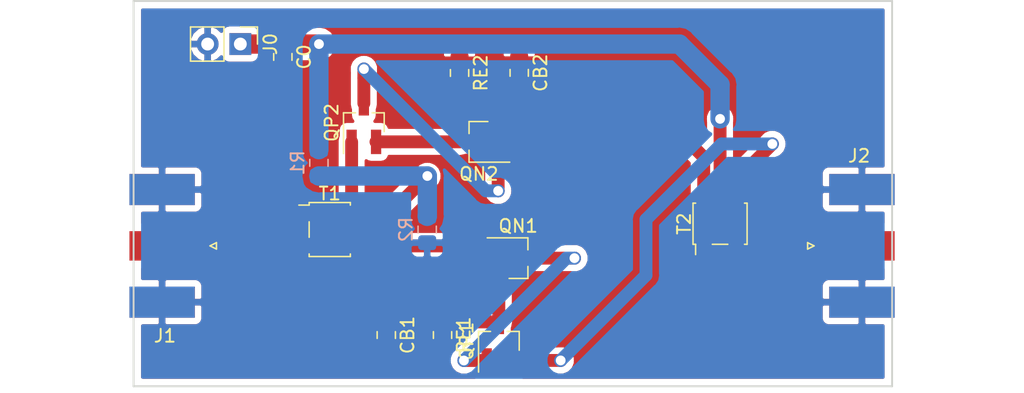
<source format=kicad_pcb>
(kicad_pcb (version 20171130) (host pcbnew "(5.0.2)-1")

  (general
    (thickness 1.6)
    (drawings 4)
    (tracks 79)
    (zones 0)
    (modules 16)
    (nets 14)
  )

  (page A4)
  (layers
    (0 F.Cu signal)
    (31 B.Cu signal)
    (32 B.Adhes user hide)
    (33 F.Adhes user hide)
    (34 B.Paste user hide)
    (35 F.Paste user hide)
    (36 B.SilkS user hide)
    (37 F.SilkS user hide)
    (38 B.Mask user hide)
    (39 F.Mask user hide)
    (40 Dwgs.User user hide)
    (41 Cmts.User user hide)
    (42 Eco1.User user hide)
    (43 Eco2.User user hide)
    (44 Edge.Cuts user)
    (45 Margin user hide)
    (46 B.CrtYd user hide)
    (47 F.CrtYd user hide)
    (48 B.Fab user)
    (49 F.Fab user)
  )

  (setup
    (last_trace_width 1)
    (user_trace_width 0.6)
    (user_trace_width 1)
    (user_trace_width 1.5)
    (trace_clearance 0.2)
    (zone_clearance 0.508)
    (zone_45_only no)
    (trace_min 0.2)
    (segment_width 0.2)
    (edge_width 0.15)
    (via_size 0.8)
    (via_drill 0.4)
    (via_min_size 0.4)
    (via_min_drill 0.3)
    (user_via 1.016 0.762)
    (user_via 1.27 0.762)
    (uvia_size 0.3)
    (uvia_drill 0.1)
    (uvias_allowed no)
    (uvia_min_size 0.2)
    (uvia_min_drill 0.1)
    (pcb_text_width 0.3)
    (pcb_text_size 1.5 1.5)
    (mod_edge_width 0.15)
    (mod_text_size 1 1)
    (mod_text_width 0.15)
    (pad_size 1.524 1.524)
    (pad_drill 0.762)
    (pad_to_mask_clearance 0.051)
    (solder_mask_min_width 0.25)
    (aux_axis_origin 0 0)
    (visible_elements FFFFFF7F)
    (pcbplotparams
      (layerselection 0x010fc_ffffffff)
      (usegerberextensions false)
      (usegerberattributes false)
      (usegerberadvancedattributes false)
      (creategerberjobfile false)
      (excludeedgelayer true)
      (linewidth 0.100000)
      (plotframeref false)
      (viasonmask false)
      (mode 1)
      (useauxorigin false)
      (hpglpennumber 1)
      (hpglpenspeed 20)
      (hpglpendiameter 15.000000)
      (psnegative false)
      (psa4output false)
      (plotreference true)
      (plotvalue true)
      (plotinvisibletext false)
      (padsonsilk false)
      (subtractmaskfromsilk false)
      (outputformat 1)
      (mirror false)
      (drillshape 1)
      (scaleselection 1)
      (outputdirectory ""))
  )

  (net 0 "")
  (net 1 "Net-(C0-Pad1)")
  (net 2 GND)
  (net 3 "Net-(CB1-Pad1)")
  (net 4 "Net-(CB2-Pad2)")
  (net 5 "Net-(J1-Pad1)")
  (net 6 "Net-(J2-Pad1)")
  (net 7 "Net-(QN1-Pad1)")
  (net 8 "Net-(QN1-Pad3)")
  (net 9 "Net-(QN2-Pad2)")
  (net 10 "Net-(QN2-Pad1)")
  (net 11 "Net-(QP1-Pad2)")
  (net 12 "Net-(QP2-Pad1)")
  (net 13 "Net-(R1-Pad2)")

  (net_class Default "This is the default net class."
    (clearance 0.2)
    (trace_width 0.25)
    (via_dia 0.8)
    (via_drill 0.4)
    (uvia_dia 0.3)
    (uvia_drill 0.1)
    (add_net GND)
    (add_net "Net-(C0-Pad1)")
    (add_net "Net-(CB1-Pad1)")
    (add_net "Net-(CB2-Pad2)")
    (add_net "Net-(J1-Pad1)")
    (add_net "Net-(J2-Pad1)")
    (add_net "Net-(QN1-Pad1)")
    (add_net "Net-(QN1-Pad3)")
    (add_net "Net-(QN2-Pad1)")
    (add_net "Net-(QN2-Pad2)")
    (add_net "Net-(QP1-Pad2)")
    (add_net "Net-(QP2-Pad1)")
    (add_net "Net-(R1-Pad2)")
  )

  (module PA:SMAConnector (layer F.Cu) (tedit 5E64140A) (tstamp 5E7CF19B)
    (at 95.504 66.294 180)
    (descr "Molex SMA RF Connectors, Edge Mount, (http://www.molex.com/pdm_docs/sd/732511150_sd.pdf)")
    (tags "sma edge")
    (path /5E6413C1)
    (attr smd)
    (fp_text reference J2 (at -1.5 7 180) (layer F.SilkS)
      (effects (font (size 1 1) (thickness 0.15)))
    )
    (fp_text value "RF OUT" (at -1.72 -7.11 180) (layer F.Fab)
      (effects (font (size 1 1) (thickness 0.15)))
    )
    (fp_line (start -5.91 4.76) (end 0.49 4.76) (layer F.Fab) (width 0.1))
    (fp_line (start -5.91 -4.76) (end -5.91 4.76) (layer F.Fab) (width 0.1))
    (fp_line (start 0.49 -4.76) (end -5.91 -4.76) (layer F.Fab) (width 0.1))
    (fp_line (start -4.76 -3.75) (end -4.76 3.75) (layer F.Fab) (width 0.1))
    (fp_line (start -13.79 2.65) (end -5.91 2.65) (layer F.Fab) (width 0.1))
    (fp_line (start -13.79 -2.65) (end -13.79 2.65) (layer F.Fab) (width 0.1))
    (fp_line (start -13.79 -2.65) (end -5.91 -2.65) (layer F.Fab) (width 0.1))
    (fp_line (start -4.76 3.75) (end 0.49 3.75) (layer F.Fab) (width 0.1))
    (fp_line (start -4.76 -3.75) (end 0.49 -3.75) (layer F.Fab) (width 0.1))
    (fp_line (start 2.71 -6.09) (end -14.29 -6.09) (layer F.CrtYd) (width 0.05))
    (fp_line (start 2.71 -6.09) (end 2.71 6.09) (layer F.CrtYd) (width 0.05))
    (fp_line (start -14.29 6.09) (end 2.71 6.09) (layer B.CrtYd) (width 0.05))
    (fp_line (start -14.29 -6.09) (end -14.29 6.09) (layer B.CrtYd) (width 0.05))
    (fp_line (start -14.29 -6.09) (end 2.71 -6.09) (layer B.CrtYd) (width 0.05))
    (fp_line (start 2.71 -6.09) (end 2.71 6.09) (layer B.CrtYd) (width 0.05))
    (fp_line (start -14.29 6.09) (end 2.71 6.09) (layer F.CrtYd) (width 0.05))
    (fp_line (start -14.29 -6.09) (end -14.29 6.09) (layer F.CrtYd) (width 0.05))
    (fp_line (start 0.49 -4.76) (end 0.49 -3.75) (layer F.Fab) (width 0.1))
    (fp_line (start 0.49 3.75) (end 0.49 4.76) (layer F.Fab) (width 0.1))
    (fp_line (start 0.49 -0.38) (end 0.49 0.38) (layer F.Fab) (width 0.1))
    (fp_line (start -4.76 0.38) (end 0.49 0.38) (layer F.Fab) (width 0.1))
    (fp_line (start -4.76 -0.38) (end 0.49 -0.38) (layer F.Fab) (width 0.1))
    (fp_line (start 2 0) (end 2.5 -0.25) (layer F.SilkS) (width 0.12))
    (fp_line (start 2.5 -0.25) (end 2.5 0.25) (layer F.SilkS) (width 0.12))
    (fp_line (start 2.5 0.25) (end 2 0) (layer F.SilkS) (width 0.12))
    (fp_line (start 2.5 -0.25) (end 2 0) (layer F.Fab) (width 0.1))
    (fp_line (start 2 0) (end 2.5 0.25) (layer F.Fab) (width 0.1))
    (fp_line (start 2.5 0.25) (end 2.5 -0.25) (layer F.Fab) (width 0.1))
    (fp_text user %R (at -1.5 7 180) (layer F.Fab)
      (effects (font (size 1 1) (thickness 0.15)))
    )
    (pad 2 smd rect (at -1.72 4.38 180) (size 5.08 2.42) (layers B.Cu B.Paste B.Mask)
      (net 2 GND))
    (pad 2 smd rect (at -1.72 -4.38 180) (size 5.08 2.42) (layers B.Cu B.Paste B.Mask)
      (net 2 GND))
    (pad 2 smd rect (at -1.72 4.38 180) (size 5.08 2.42) (layers F.Cu F.Paste F.Mask)
      (net 2 GND))
    (pad 2 smd rect (at -1.72 -4.38 180) (size 5.08 2.42) (layers F.Cu F.Paste F.Mask)
      (net 2 GND))
    (pad 1 smd rect (at -1.72 0 180) (size 5.08 2.29) (layers F.Cu F.Paste F.Mask)
      (net 6 "Net-(J2-Pad1)"))
    (model ${KISYS3DMOD}/Connector_Coaxial.3dshapes/SMA_Molex_73251-1153_EdgeMount_Horizontal.wrl
      (at (xyz 0 0 0))
      (scale (xyz 1 1 1))
      (rotate (xyz 0 0 0))
    )
  )

  (module PA:SMAConnector (layer F.Cu) (tedit 5E64140A) (tstamp 5E7CE84E)
    (at 44.577 66.294)
    (descr "Molex SMA RF Connectors, Edge Mount, (http://www.molex.com/pdm_docs/sd/732511150_sd.pdf)")
    (tags "sma edge")
    (path /5E64137F)
    (attr smd)
    (fp_text reference J1 (at -1.5 7) (layer F.SilkS)
      (effects (font (size 1 1) (thickness 0.15)))
    )
    (fp_text value "RF IN" (at -1.72 -7.11) (layer F.Fab)
      (effects (font (size 1 1) (thickness 0.15)))
    )
    (fp_text user %R (at -1.5 7) (layer F.Fab)
      (effects (font (size 1 1) (thickness 0.15)))
    )
    (fp_line (start 2.5 0.25) (end 2.5 -0.25) (layer F.Fab) (width 0.1))
    (fp_line (start 2 0) (end 2.5 0.25) (layer F.Fab) (width 0.1))
    (fp_line (start 2.5 -0.25) (end 2 0) (layer F.Fab) (width 0.1))
    (fp_line (start 2.5 0.25) (end 2 0) (layer F.SilkS) (width 0.12))
    (fp_line (start 2.5 -0.25) (end 2.5 0.25) (layer F.SilkS) (width 0.12))
    (fp_line (start 2 0) (end 2.5 -0.25) (layer F.SilkS) (width 0.12))
    (fp_line (start -4.76 -0.38) (end 0.49 -0.38) (layer F.Fab) (width 0.1))
    (fp_line (start -4.76 0.38) (end 0.49 0.38) (layer F.Fab) (width 0.1))
    (fp_line (start 0.49 -0.38) (end 0.49 0.38) (layer F.Fab) (width 0.1))
    (fp_line (start 0.49 3.75) (end 0.49 4.76) (layer F.Fab) (width 0.1))
    (fp_line (start 0.49 -4.76) (end 0.49 -3.75) (layer F.Fab) (width 0.1))
    (fp_line (start -14.29 -6.09) (end -14.29 6.09) (layer F.CrtYd) (width 0.05))
    (fp_line (start -14.29 6.09) (end 2.71 6.09) (layer F.CrtYd) (width 0.05))
    (fp_line (start 2.71 -6.09) (end 2.71 6.09) (layer B.CrtYd) (width 0.05))
    (fp_line (start -14.29 -6.09) (end 2.71 -6.09) (layer B.CrtYd) (width 0.05))
    (fp_line (start -14.29 -6.09) (end -14.29 6.09) (layer B.CrtYd) (width 0.05))
    (fp_line (start -14.29 6.09) (end 2.71 6.09) (layer B.CrtYd) (width 0.05))
    (fp_line (start 2.71 -6.09) (end 2.71 6.09) (layer F.CrtYd) (width 0.05))
    (fp_line (start 2.71 -6.09) (end -14.29 -6.09) (layer F.CrtYd) (width 0.05))
    (fp_line (start -4.76 -3.75) (end 0.49 -3.75) (layer F.Fab) (width 0.1))
    (fp_line (start -4.76 3.75) (end 0.49 3.75) (layer F.Fab) (width 0.1))
    (fp_line (start -13.79 -2.65) (end -5.91 -2.65) (layer F.Fab) (width 0.1))
    (fp_line (start -13.79 -2.65) (end -13.79 2.65) (layer F.Fab) (width 0.1))
    (fp_line (start -13.79 2.65) (end -5.91 2.65) (layer F.Fab) (width 0.1))
    (fp_line (start -4.76 -3.75) (end -4.76 3.75) (layer F.Fab) (width 0.1))
    (fp_line (start 0.49 -4.76) (end -5.91 -4.76) (layer F.Fab) (width 0.1))
    (fp_line (start -5.91 -4.76) (end -5.91 4.76) (layer F.Fab) (width 0.1))
    (fp_line (start -5.91 4.76) (end 0.49 4.76) (layer F.Fab) (width 0.1))
    (pad 1 smd rect (at -1.72 0) (size 5.08 2.29) (layers F.Cu F.Paste F.Mask)
      (net 5 "Net-(J1-Pad1)"))
    (pad 2 smd rect (at -1.72 -4.38) (size 5.08 2.42) (layers F.Cu F.Paste F.Mask)
      (net 2 GND))
    (pad 2 smd rect (at -1.72 4.38) (size 5.08 2.42) (layers F.Cu F.Paste F.Mask)
      (net 2 GND))
    (pad 2 smd rect (at -1.72 -4.38) (size 5.08 2.42) (layers B.Cu B.Paste B.Mask)
      (net 2 GND))
    (pad 2 smd rect (at -1.72 4.38) (size 5.08 2.42) (layers B.Cu B.Paste B.Mask)
      (net 2 GND))
    (model ${KISYS3DMOD}/Connector_Coaxial.3dshapes/SMA_Molex_73251-1153_EdgeMount_Horizontal.wrl
      (at (xyz 0 0 0))
      (scale (xyz 1 1 1))
      (rotate (xyz 0 0 0))
    )
  )

  (module Capacitor_SMD:C_0805_2012Metric_Pad1.15x1.40mm_HandSolder (layer F.Cu) (tedit 5B36C52B) (tstamp 5E7D0A9B)
    (at 52.2351 51.5964 270)
    (descr "Capacitor SMD 0805 (2012 Metric), square (rectangular) end terminal, IPC_7351 nominal with elongated pad for handsoldering. (Body size source: https://docs.google.com/spreadsheets/d/1BsfQQcO9C6DZCsRaXUlFlo91Tg2WpOkGARC1WS5S8t0/edit?usp=sharing), generated with kicad-footprint-generator")
    (tags "capacitor handsolder")
    (path /5E641726)
    (attr smd)
    (fp_text reference C0 (at 0 -1.65 270) (layer F.SilkS)
      (effects (font (size 1 1) (thickness 0.15)))
    )
    (fp_text value "100 nF" (at 0 1.65 270) (layer F.Fab)
      (effects (font (size 1 1) (thickness 0.15)))
    )
    (fp_line (start -1 0.6) (end -1 -0.6) (layer F.Fab) (width 0.1))
    (fp_line (start -1 -0.6) (end 1 -0.6) (layer F.Fab) (width 0.1))
    (fp_line (start 1 -0.6) (end 1 0.6) (layer F.Fab) (width 0.1))
    (fp_line (start 1 0.6) (end -1 0.6) (layer F.Fab) (width 0.1))
    (fp_line (start -0.261252 -0.71) (end 0.261252 -0.71) (layer F.SilkS) (width 0.12))
    (fp_line (start -0.261252 0.71) (end 0.261252 0.71) (layer F.SilkS) (width 0.12))
    (fp_line (start -1.85 0.95) (end -1.85 -0.95) (layer F.CrtYd) (width 0.05))
    (fp_line (start -1.85 -0.95) (end 1.85 -0.95) (layer F.CrtYd) (width 0.05))
    (fp_line (start 1.85 -0.95) (end 1.85 0.95) (layer F.CrtYd) (width 0.05))
    (fp_line (start 1.85 0.95) (end -1.85 0.95) (layer F.CrtYd) (width 0.05))
    (fp_text user %R (at 0 0 270) (layer F.Fab)
      (effects (font (size 0.5 0.5) (thickness 0.08)))
    )
    (pad 1 smd roundrect (at -1.025 0 270) (size 1.15 1.4) (layers F.Cu F.Paste F.Mask) (roundrect_rratio 0.217391)
      (net 1 "Net-(C0-Pad1)"))
    (pad 2 smd roundrect (at 1.025 0 270) (size 1.15 1.4) (layers F.Cu F.Paste F.Mask) (roundrect_rratio 0.217391)
      (net 2 GND))
    (model ${KISYS3DMOD}/Capacitor_SMD.3dshapes/C_0805_2012Metric.wrl
      (at (xyz 0 0 0))
      (scale (xyz 1 1 1))
      (rotate (xyz 0 0 0))
    )
  )

  (module Capacitor_SMD:C_0805_2012Metric_Pad1.15x1.40mm_HandSolder (layer F.Cu) (tedit 5B36C52B) (tstamp 5E70A80D)
    (at 60.27166 73.22958 270)
    (descr "Capacitor SMD 0805 (2012 Metric), square (rectangular) end terminal, IPC_7351 nominal with elongated pad for handsoldering. (Body size source: https://docs.google.com/spreadsheets/d/1BsfQQcO9C6DZCsRaXUlFlo91Tg2WpOkGARC1WS5S8t0/edit?usp=sharing), generated with kicad-footprint-generator")
    (tags "capacitor handsolder")
    (path /5E6416E8)
    (attr smd)
    (fp_text reference CB1 (at 0 -1.65 270) (layer F.SilkS)
      (effects (font (size 1 1) (thickness 0.15)))
    )
    (fp_text value "100 nF" (at 0 1.65 270) (layer F.Fab)
      (effects (font (size 1 1) (thickness 0.15)))
    )
    (fp_text user %R (at 0 0 270) (layer F.Fab)
      (effects (font (size 0.5 0.5) (thickness 0.08)))
    )
    (fp_line (start 1.85 0.95) (end -1.85 0.95) (layer F.CrtYd) (width 0.05))
    (fp_line (start 1.85 -0.95) (end 1.85 0.95) (layer F.CrtYd) (width 0.05))
    (fp_line (start -1.85 -0.95) (end 1.85 -0.95) (layer F.CrtYd) (width 0.05))
    (fp_line (start -1.85 0.95) (end -1.85 -0.95) (layer F.CrtYd) (width 0.05))
    (fp_line (start -0.261252 0.71) (end 0.261252 0.71) (layer F.SilkS) (width 0.12))
    (fp_line (start -0.261252 -0.71) (end 0.261252 -0.71) (layer F.SilkS) (width 0.12))
    (fp_line (start 1 0.6) (end -1 0.6) (layer F.Fab) (width 0.1))
    (fp_line (start 1 -0.6) (end 1 0.6) (layer F.Fab) (width 0.1))
    (fp_line (start -1 -0.6) (end 1 -0.6) (layer F.Fab) (width 0.1))
    (fp_line (start -1 0.6) (end -1 -0.6) (layer F.Fab) (width 0.1))
    (pad 2 smd roundrect (at 1.025 0 270) (size 1.15 1.4) (layers F.Cu F.Paste F.Mask) (roundrect_rratio 0.217391)
      (net 2 GND))
    (pad 1 smd roundrect (at -1.025 0 270) (size 1.15 1.4) (layers F.Cu F.Paste F.Mask) (roundrect_rratio 0.217391)
      (net 3 "Net-(CB1-Pad1)"))
    (model ${KISYS3DMOD}/Capacitor_SMD.3dshapes/C_0805_2012Metric.wrl
      (at (xyz 0 0 0))
      (scale (xyz 1 1 1))
      (rotate (xyz 0 0 0))
    )
  )

  (module Capacitor_SMD:C_0805_2012Metric_Pad1.15x1.40mm_HandSolder (layer F.Cu) (tedit 5B36C52B) (tstamp 5E70A81E)
    (at 70.5993 52.8357 270)
    (descr "Capacitor SMD 0805 (2012 Metric), square (rectangular) end terminal, IPC_7351 nominal with elongated pad for handsoldering. (Body size source: https://docs.google.com/spreadsheets/d/1BsfQQcO9C6DZCsRaXUlFlo91Tg2WpOkGARC1WS5S8t0/edit?usp=sharing), generated with kicad-footprint-generator")
    (tags "capacitor handsolder")
    (path /5E641686)
    (attr smd)
    (fp_text reference CB2 (at 0 -1.65 270) (layer F.SilkS)
      (effects (font (size 1 1) (thickness 0.15)))
    )
    (fp_text value "100 nF" (at 0 1.65 270) (layer F.Fab)
      (effects (font (size 1 1) (thickness 0.15)))
    )
    (fp_line (start -1 0.6) (end -1 -0.6) (layer F.Fab) (width 0.1))
    (fp_line (start -1 -0.6) (end 1 -0.6) (layer F.Fab) (width 0.1))
    (fp_line (start 1 -0.6) (end 1 0.6) (layer F.Fab) (width 0.1))
    (fp_line (start 1 0.6) (end -1 0.6) (layer F.Fab) (width 0.1))
    (fp_line (start -0.261252 -0.71) (end 0.261252 -0.71) (layer F.SilkS) (width 0.12))
    (fp_line (start -0.261252 0.71) (end 0.261252 0.71) (layer F.SilkS) (width 0.12))
    (fp_line (start -1.85 0.95) (end -1.85 -0.95) (layer F.CrtYd) (width 0.05))
    (fp_line (start -1.85 -0.95) (end 1.85 -0.95) (layer F.CrtYd) (width 0.05))
    (fp_line (start 1.85 -0.95) (end 1.85 0.95) (layer F.CrtYd) (width 0.05))
    (fp_line (start 1.85 0.95) (end -1.85 0.95) (layer F.CrtYd) (width 0.05))
    (fp_text user %R (at 0 0 270) (layer F.Fab)
      (effects (font (size 0.5 0.5) (thickness 0.08)))
    )
    (pad 1 smd roundrect (at -1.025 0 270) (size 1.15 1.4) (layers F.Cu F.Paste F.Mask) (roundrect_rratio 0.217391)
      (net 2 GND))
    (pad 2 smd roundrect (at 1.025 0 270) (size 1.15 1.4) (layers F.Cu F.Paste F.Mask) (roundrect_rratio 0.217391)
      (net 4 "Net-(CB2-Pad2)"))
    (model ${KISYS3DMOD}/Capacitor_SMD.3dshapes/C_0805_2012Metric.wrl
      (at (xyz 0 0 0))
      (scale (xyz 1 1 1))
      (rotate (xyz 0 0 0))
    )
  )

  (module Connector_PinHeader_2.54mm:PinHeader_1x02_P2.54mm_Vertical (layer F.Cu) (tedit 59FED5CC) (tstamp 5E7D02E3)
    (at 48.9331 50.5968 270)
    (descr "Through hole straight pin header, 1x02, 2.54mm pitch, single row")
    (tags "Through hole pin header THT 1x02 2.54mm single row")
    (path /5E6413E7)
    (fp_text reference J0 (at 0 -2.33 270) (layer F.SilkS)
      (effects (font (size 1 1) (thickness 0.15)))
    )
    (fp_text value Power (at 0 4.87 270) (layer F.Fab)
      (effects (font (size 1 1) (thickness 0.15)))
    )
    (fp_line (start -0.635 -1.27) (end 1.27 -1.27) (layer F.Fab) (width 0.1))
    (fp_line (start 1.27 -1.27) (end 1.27 3.81) (layer F.Fab) (width 0.1))
    (fp_line (start 1.27 3.81) (end -1.27 3.81) (layer F.Fab) (width 0.1))
    (fp_line (start -1.27 3.81) (end -1.27 -0.635) (layer F.Fab) (width 0.1))
    (fp_line (start -1.27 -0.635) (end -0.635 -1.27) (layer F.Fab) (width 0.1))
    (fp_line (start -1.33 3.87) (end 1.33 3.87) (layer F.SilkS) (width 0.12))
    (fp_line (start -1.33 1.27) (end -1.33 3.87) (layer F.SilkS) (width 0.12))
    (fp_line (start 1.33 1.27) (end 1.33 3.87) (layer F.SilkS) (width 0.12))
    (fp_line (start -1.33 1.27) (end 1.33 1.27) (layer F.SilkS) (width 0.12))
    (fp_line (start -1.33 0) (end -1.33 -1.33) (layer F.SilkS) (width 0.12))
    (fp_line (start -1.33 -1.33) (end 0 -1.33) (layer F.SilkS) (width 0.12))
    (fp_line (start -1.8 -1.8) (end -1.8 4.35) (layer F.CrtYd) (width 0.05))
    (fp_line (start -1.8 4.35) (end 1.8 4.35) (layer F.CrtYd) (width 0.05))
    (fp_line (start 1.8 4.35) (end 1.8 -1.8) (layer F.CrtYd) (width 0.05))
    (fp_line (start 1.8 -1.8) (end -1.8 -1.8) (layer F.CrtYd) (width 0.05))
    (fp_text user %R (at 0 1.27) (layer F.Fab)
      (effects (font (size 1 1) (thickness 0.15)))
    )
    (pad 1 thru_hole rect (at 0 0 270) (size 1.7 1.7) (drill 1) (layers *.Cu *.Mask)
      (net 1 "Net-(C0-Pad1)"))
    (pad 2 thru_hole oval (at 0 2.54 270) (size 1.7 1.7) (drill 1) (layers *.Cu *.Mask)
      (net 2 GND))
    (model ${KISYS3DMOD}/Connector_PinHeader_2.54mm.3dshapes/PinHeader_1x02_P2.54mm_Vertical.wrl
      (at (xyz 0 0 0))
      (scale (xyz 1 1 1))
      (rotate (xyz 0 0 0))
    )
  )

  (module Package_TO_SOT_SMD:SOT-23_Handsoldering (layer F.Cu) (tedit 5A0AB76C) (tstamp 5E7CEA0A)
    (at 70.51548 67.24904)
    (descr "SOT-23, Handsoldering")
    (tags SOT-23)
    (path /5E641163)
    (attr smd)
    (fp_text reference QN1 (at 0 -2.5) (layer F.SilkS)
      (effects (font (size 1 1) (thickness 0.15)))
    )
    (fp_text value MMBT3904 (at 0 2.5) (layer F.Fab)
      (effects (font (size 1 1) (thickness 0.15)))
    )
    (fp_text user %R (at 0 0 90) (layer F.Fab)
      (effects (font (size 0.5 0.5) (thickness 0.075)))
    )
    (fp_line (start 0.76 1.58) (end 0.76 0.65) (layer F.SilkS) (width 0.12))
    (fp_line (start 0.76 -1.58) (end 0.76 -0.65) (layer F.SilkS) (width 0.12))
    (fp_line (start -2.7 -1.75) (end 2.7 -1.75) (layer F.CrtYd) (width 0.05))
    (fp_line (start 2.7 -1.75) (end 2.7 1.75) (layer F.CrtYd) (width 0.05))
    (fp_line (start 2.7 1.75) (end -2.7 1.75) (layer F.CrtYd) (width 0.05))
    (fp_line (start -2.7 1.75) (end -2.7 -1.75) (layer F.CrtYd) (width 0.05))
    (fp_line (start 0.76 -1.58) (end -2.4 -1.58) (layer F.SilkS) (width 0.12))
    (fp_line (start -0.7 -0.95) (end -0.7 1.5) (layer F.Fab) (width 0.1))
    (fp_line (start -0.15 -1.52) (end 0.7 -1.52) (layer F.Fab) (width 0.1))
    (fp_line (start -0.7 -0.95) (end -0.15 -1.52) (layer F.Fab) (width 0.1))
    (fp_line (start 0.7 -1.52) (end 0.7 1.52) (layer F.Fab) (width 0.1))
    (fp_line (start -0.7 1.52) (end 0.7 1.52) (layer F.Fab) (width 0.1))
    (fp_line (start 0.76 1.58) (end -0.7 1.58) (layer F.SilkS) (width 0.12))
    (pad 1 smd rect (at -1.5 -0.95) (size 1.9 0.8) (layers F.Cu F.Paste F.Mask)
      (net 7 "Net-(QN1-Pad1)"))
    (pad 2 smd rect (at -1.5 0.95) (size 1.9 0.8) (layers F.Cu F.Paste F.Mask)
      (net 3 "Net-(CB1-Pad1)"))
    (pad 3 smd rect (at 1.5 0) (size 1.9 0.8) (layers F.Cu F.Paste F.Mask)
      (net 8 "Net-(QN1-Pad3)"))
    (model ${KISYS3DMOD}/Package_TO_SOT_SMD.3dshapes/SOT-23.wrl
      (at (xyz 0 0 0))
      (scale (xyz 1 1 1))
      (rotate (xyz 0 0 0))
    )
  )

  (module Package_TO_SOT_SMD:SOT-23_Handsoldering (layer F.Cu) (tedit 5A0AB76C) (tstamp 5E7D05FF)
    (at 67.4624 58.2041 180)
    (descr "SOT-23, Handsoldering")
    (tags SOT-23)
    (path /5E64123B)
    (attr smd)
    (fp_text reference QN2 (at 0 -2.5 180) (layer F.SilkS)
      (effects (font (size 1 1) (thickness 0.15)))
    )
    (fp_text value MMBT3904 (at 0 2.5 180) (layer F.Fab)
      (effects (font (size 1 1) (thickness 0.15)))
    )
    (fp_line (start 0.76 1.58) (end -0.7 1.58) (layer F.SilkS) (width 0.12))
    (fp_line (start -0.7 1.52) (end 0.7 1.52) (layer F.Fab) (width 0.1))
    (fp_line (start 0.7 -1.52) (end 0.7 1.52) (layer F.Fab) (width 0.1))
    (fp_line (start -0.7 -0.95) (end -0.15 -1.52) (layer F.Fab) (width 0.1))
    (fp_line (start -0.15 -1.52) (end 0.7 -1.52) (layer F.Fab) (width 0.1))
    (fp_line (start -0.7 -0.95) (end -0.7 1.5) (layer F.Fab) (width 0.1))
    (fp_line (start 0.76 -1.58) (end -2.4 -1.58) (layer F.SilkS) (width 0.12))
    (fp_line (start -2.7 1.75) (end -2.7 -1.75) (layer F.CrtYd) (width 0.05))
    (fp_line (start 2.7 1.75) (end -2.7 1.75) (layer F.CrtYd) (width 0.05))
    (fp_line (start 2.7 -1.75) (end 2.7 1.75) (layer F.CrtYd) (width 0.05))
    (fp_line (start -2.7 -1.75) (end 2.7 -1.75) (layer F.CrtYd) (width 0.05))
    (fp_line (start 0.76 -1.58) (end 0.76 -0.65) (layer F.SilkS) (width 0.12))
    (fp_line (start 0.76 1.58) (end 0.76 0.65) (layer F.SilkS) (width 0.12))
    (fp_text user %R (at 0 0 270) (layer F.Fab)
      (effects (font (size 0.5 0.5) (thickness 0.075)))
    )
    (pad 3 smd rect (at 1.5 0 180) (size 1.9 0.8) (layers F.Cu F.Paste F.Mask)
      (net 4 "Net-(CB2-Pad2)"))
    (pad 2 smd rect (at -1.5 0.95 180) (size 1.9 0.8) (layers F.Cu F.Paste F.Mask)
      (net 9 "Net-(QN2-Pad2)"))
    (pad 1 smd rect (at -1.5 -0.95 180) (size 1.9 0.8) (layers F.Cu F.Paste F.Mask)
      (net 10 "Net-(QN2-Pad1)"))
    (model ${KISYS3DMOD}/Package_TO_SOT_SMD.3dshapes/SOT-23.wrl
      (at (xyz 0 0 0))
      (scale (xyz 1 1 1))
      (rotate (xyz 0 0 0))
    )
  )

  (module Package_TO_SOT_SMD:SOT-23_Handsoldering (layer F.Cu) (tedit 5A0AB76C) (tstamp 5E70A8CB)
    (at 69.01942 73.7108 90)
    (descr "SOT-23, Handsoldering")
    (tags SOT-23)
    (path /5E6412B1)
    (attr smd)
    (fp_text reference QP1 (at 0 -2.5 90) (layer F.SilkS)
      (effects (font (size 1 1) (thickness 0.15)))
    )
    (fp_text value MMBT3906 (at 0 2.5 90) (layer F.Fab)
      (effects (font (size 1 1) (thickness 0.15)))
    )
    (fp_text user %R (at 0 0 180) (layer F.Fab)
      (effects (font (size 0.5 0.5) (thickness 0.075)))
    )
    (fp_line (start 0.76 1.58) (end 0.76 0.65) (layer F.SilkS) (width 0.12))
    (fp_line (start 0.76 -1.58) (end 0.76 -0.65) (layer F.SilkS) (width 0.12))
    (fp_line (start -2.7 -1.75) (end 2.7 -1.75) (layer F.CrtYd) (width 0.05))
    (fp_line (start 2.7 -1.75) (end 2.7 1.75) (layer F.CrtYd) (width 0.05))
    (fp_line (start 2.7 1.75) (end -2.7 1.75) (layer F.CrtYd) (width 0.05))
    (fp_line (start -2.7 1.75) (end -2.7 -1.75) (layer F.CrtYd) (width 0.05))
    (fp_line (start 0.76 -1.58) (end -2.4 -1.58) (layer F.SilkS) (width 0.12))
    (fp_line (start -0.7 -0.95) (end -0.7 1.5) (layer F.Fab) (width 0.1))
    (fp_line (start -0.15 -1.52) (end 0.7 -1.52) (layer F.Fab) (width 0.1))
    (fp_line (start -0.7 -0.95) (end -0.15 -1.52) (layer F.Fab) (width 0.1))
    (fp_line (start 0.7 -1.52) (end 0.7 1.52) (layer F.Fab) (width 0.1))
    (fp_line (start -0.7 1.52) (end 0.7 1.52) (layer F.Fab) (width 0.1))
    (fp_line (start 0.76 1.58) (end -0.7 1.58) (layer F.SilkS) (width 0.12))
    (pad 1 smd rect (at -1.5 -0.95 90) (size 1.9 0.8) (layers F.Cu F.Paste F.Mask)
      (net 8 "Net-(QN1-Pad3)"))
    (pad 2 smd rect (at -1.5 0.95 90) (size 1.9 0.8) (layers F.Cu F.Paste F.Mask)
      (net 11 "Net-(QP1-Pad2)"))
    (pad 3 smd rect (at 1.5 0 90) (size 1.9 0.8) (layers F.Cu F.Paste F.Mask)
      (net 3 "Net-(CB1-Pad1)"))
    (model ${KISYS3DMOD}/Package_TO_SOT_SMD.3dshapes/SOT-23.wrl
      (at (xyz 0 0 0))
      (scale (xyz 1 1 1))
      (rotate (xyz 0 0 0))
    )
  )

  (module Package_TO_SOT_SMD:SOT-23_Handsoldering (layer F.Cu) (tedit 5A0AB76C) (tstamp 5E70A8E0)
    (at 58.52922 56.7055 90)
    (descr "SOT-23, Handsoldering")
    (tags SOT-23)
    (path /5E6412F3)
    (attr smd)
    (fp_text reference QP2 (at 0 -2.5 90) (layer F.SilkS)
      (effects (font (size 1 1) (thickness 0.15)))
    )
    (fp_text value MMBT3906 (at 0 2.5 90) (layer F.Fab)
      (effects (font (size 1 1) (thickness 0.15)))
    )
    (fp_line (start 0.76 1.58) (end -0.7 1.58) (layer F.SilkS) (width 0.12))
    (fp_line (start -0.7 1.52) (end 0.7 1.52) (layer F.Fab) (width 0.1))
    (fp_line (start 0.7 -1.52) (end 0.7 1.52) (layer F.Fab) (width 0.1))
    (fp_line (start -0.7 -0.95) (end -0.15 -1.52) (layer F.Fab) (width 0.1))
    (fp_line (start -0.15 -1.52) (end 0.7 -1.52) (layer F.Fab) (width 0.1))
    (fp_line (start -0.7 -0.95) (end -0.7 1.5) (layer F.Fab) (width 0.1))
    (fp_line (start 0.76 -1.58) (end -2.4 -1.58) (layer F.SilkS) (width 0.12))
    (fp_line (start -2.7 1.75) (end -2.7 -1.75) (layer F.CrtYd) (width 0.05))
    (fp_line (start 2.7 1.75) (end -2.7 1.75) (layer F.CrtYd) (width 0.05))
    (fp_line (start 2.7 -1.75) (end 2.7 1.75) (layer F.CrtYd) (width 0.05))
    (fp_line (start -2.7 -1.75) (end 2.7 -1.75) (layer F.CrtYd) (width 0.05))
    (fp_line (start 0.76 -1.58) (end 0.76 -0.65) (layer F.SilkS) (width 0.12))
    (fp_line (start 0.76 1.58) (end 0.76 0.65) (layer F.SilkS) (width 0.12))
    (fp_text user %R (at 0 0 180) (layer F.Fab)
      (effects (font (size 0.5 0.5) (thickness 0.075)))
    )
    (pad 3 smd rect (at 1.5 0 90) (size 1.9 0.8) (layers F.Cu F.Paste F.Mask)
      (net 10 "Net-(QN2-Pad1)"))
    (pad 2 smd rect (at -1.5 0.95 90) (size 1.9 0.8) (layers F.Cu F.Paste F.Mask)
      (net 4 "Net-(CB2-Pad2)"))
    (pad 1 smd rect (at -1.5 -0.95 90) (size 1.9 0.8) (layers F.Cu F.Paste F.Mask)
      (net 12 "Net-(QP2-Pad1)"))
    (model ${KISYS3DMOD}/Package_TO_SOT_SMD.3dshapes/SOT-23.wrl
      (at (xyz 0 0 0))
      (scale (xyz 1 1 1))
      (rotate (xyz 0 0 0))
    )
  )

  (module Resistor_SMD:R_0805_2012Metric_Pad1.15x1.40mm_HandSolder (layer B.Cu) (tedit 5B36C52B) (tstamp 5E7D0DDA)
    (at 55.03672 59.83848 270)
    (descr "Resistor SMD 0805 (2012 Metric), square (rectangular) end terminal, IPC_7351 nominal with elongated pad for handsoldering. (Body size source: https://docs.google.com/spreadsheets/d/1BsfQQcO9C6DZCsRaXUlFlo91Tg2WpOkGARC1WS5S8t0/edit?usp=sharing), generated with kicad-footprint-generator")
    (tags "resistor handsolder")
    (path /5E64154A)
    (attr smd)
    (fp_text reference R1 (at 0 1.65 270) (layer B.SilkS)
      (effects (font (size 1 1) (thickness 0.15)) (justify mirror))
    )
    (fp_text value "47k Ohms" (at 0 -1.65 270) (layer B.Fab)
      (effects (font (size 1 1) (thickness 0.15)) (justify mirror))
    )
    (fp_line (start -1 -0.6) (end -1 0.6) (layer B.Fab) (width 0.1))
    (fp_line (start -1 0.6) (end 1 0.6) (layer B.Fab) (width 0.1))
    (fp_line (start 1 0.6) (end 1 -0.6) (layer B.Fab) (width 0.1))
    (fp_line (start 1 -0.6) (end -1 -0.6) (layer B.Fab) (width 0.1))
    (fp_line (start -0.261252 0.71) (end 0.261252 0.71) (layer B.SilkS) (width 0.12))
    (fp_line (start -0.261252 -0.71) (end 0.261252 -0.71) (layer B.SilkS) (width 0.12))
    (fp_line (start -1.85 -0.95) (end -1.85 0.95) (layer B.CrtYd) (width 0.05))
    (fp_line (start -1.85 0.95) (end 1.85 0.95) (layer B.CrtYd) (width 0.05))
    (fp_line (start 1.85 0.95) (end 1.85 -0.95) (layer B.CrtYd) (width 0.05))
    (fp_line (start 1.85 -0.95) (end -1.85 -0.95) (layer B.CrtYd) (width 0.05))
    (fp_text user %R (at 0 0 270) (layer B.Fab)
      (effects (font (size 0.5 0.5) (thickness 0.08)) (justify mirror))
    )
    (pad 1 smd roundrect (at -1.025 0 270) (size 1.15 1.4) (layers B.Cu B.Paste B.Mask) (roundrect_rratio 0.217391)
      (net 1 "Net-(C0-Pad1)"))
    (pad 2 smd roundrect (at 1.025 0 270) (size 1.15 1.4) (layers B.Cu B.Paste B.Mask) (roundrect_rratio 0.217391)
      (net 13 "Net-(R1-Pad2)"))
    (model ${KISYS3DMOD}/Resistor_SMD.3dshapes/R_0805_2012Metric.wrl
      (at (xyz 0 0 0))
      (scale (xyz 1 1 1))
      (rotate (xyz 0 0 0))
    )
  )

  (module Resistor_SMD:R_0805_2012Metric_Pad1.15x1.40mm_HandSolder (layer B.Cu) (tedit 5B36C52B) (tstamp 5E7CEEBF)
    (at 63.4492 65.02284 270)
    (descr "Resistor SMD 0805 (2012 Metric), square (rectangular) end terminal, IPC_7351 nominal with elongated pad for handsoldering. (Body size source: https://docs.google.com/spreadsheets/d/1BsfQQcO9C6DZCsRaXUlFlo91Tg2WpOkGARC1WS5S8t0/edit?usp=sharing), generated with kicad-footprint-generator")
    (tags "resistor handsolder")
    (path /5E641590)
    (attr smd)
    (fp_text reference R2 (at 0 1.65 270) (layer B.SilkS)
      (effects (font (size 1 1) (thickness 0.15)) (justify mirror))
    )
    (fp_text value "33k Ohms" (at 0 -1.65 270) (layer B.Fab)
      (effects (font (size 1 1) (thickness 0.15)) (justify mirror))
    )
    (fp_text user %R (at 0 0 270) (layer B.Fab)
      (effects (font (size 0.5 0.5) (thickness 0.08)) (justify mirror))
    )
    (fp_line (start 1.85 -0.95) (end -1.85 -0.95) (layer B.CrtYd) (width 0.05))
    (fp_line (start 1.85 0.95) (end 1.85 -0.95) (layer B.CrtYd) (width 0.05))
    (fp_line (start -1.85 0.95) (end 1.85 0.95) (layer B.CrtYd) (width 0.05))
    (fp_line (start -1.85 -0.95) (end -1.85 0.95) (layer B.CrtYd) (width 0.05))
    (fp_line (start -0.261252 -0.71) (end 0.261252 -0.71) (layer B.SilkS) (width 0.12))
    (fp_line (start -0.261252 0.71) (end 0.261252 0.71) (layer B.SilkS) (width 0.12))
    (fp_line (start 1 -0.6) (end -1 -0.6) (layer B.Fab) (width 0.1))
    (fp_line (start 1 0.6) (end 1 -0.6) (layer B.Fab) (width 0.1))
    (fp_line (start -1 0.6) (end 1 0.6) (layer B.Fab) (width 0.1))
    (fp_line (start -1 -0.6) (end -1 0.6) (layer B.Fab) (width 0.1))
    (pad 2 smd roundrect (at 1.025 0 270) (size 1.15 1.4) (layers B.Cu B.Paste B.Mask) (roundrect_rratio 0.217391)
      (net 2 GND))
    (pad 1 smd roundrect (at -1.025 0 270) (size 1.15 1.4) (layers B.Cu B.Paste B.Mask) (roundrect_rratio 0.217391)
      (net 13 "Net-(R1-Pad2)"))
    (model ${KISYS3DMOD}/Resistor_SMD.3dshapes/R_0805_2012Metric.wrl
      (at (xyz 0 0 0))
      (scale (xyz 1 1 1))
      (rotate (xyz 0 0 0))
    )
  )

  (module Resistor_SMD:R_0805_2012Metric_Pad1.15x1.40mm_HandSolder (layer F.Cu) (tedit 5B36C52B) (tstamp 5E70A913)
    (at 64.643 73.22958 270)
    (descr "Resistor SMD 0805 (2012 Metric), square (rectangular) end terminal, IPC_7351 nominal with elongated pad for handsoldering. (Body size source: https://docs.google.com/spreadsheets/d/1BsfQQcO9C6DZCsRaXUlFlo91Tg2WpOkGARC1WS5S8t0/edit?usp=sharing), generated with kicad-footprint-generator")
    (tags "resistor handsolder")
    (path /5E6415C8)
    (attr smd)
    (fp_text reference RE1 (at 0 -1.65 270) (layer F.SilkS)
      (effects (font (size 1 1) (thickness 0.15)))
    )
    (fp_text value "470 Ohms" (at 0 1.65 270) (layer F.Fab)
      (effects (font (size 1 1) (thickness 0.15)))
    )
    (fp_line (start -1 0.6) (end -1 -0.6) (layer F.Fab) (width 0.1))
    (fp_line (start -1 -0.6) (end 1 -0.6) (layer F.Fab) (width 0.1))
    (fp_line (start 1 -0.6) (end 1 0.6) (layer F.Fab) (width 0.1))
    (fp_line (start 1 0.6) (end -1 0.6) (layer F.Fab) (width 0.1))
    (fp_line (start -0.261252 -0.71) (end 0.261252 -0.71) (layer F.SilkS) (width 0.12))
    (fp_line (start -0.261252 0.71) (end 0.261252 0.71) (layer F.SilkS) (width 0.12))
    (fp_line (start -1.85 0.95) (end -1.85 -0.95) (layer F.CrtYd) (width 0.05))
    (fp_line (start -1.85 -0.95) (end 1.85 -0.95) (layer F.CrtYd) (width 0.05))
    (fp_line (start 1.85 -0.95) (end 1.85 0.95) (layer F.CrtYd) (width 0.05))
    (fp_line (start 1.85 0.95) (end -1.85 0.95) (layer F.CrtYd) (width 0.05))
    (fp_text user %R (at 0 0 270) (layer F.Fab)
      (effects (font (size 0.5 0.5) (thickness 0.08)))
    )
    (pad 1 smd roundrect (at -1.025 0 270) (size 1.15 1.4) (layers F.Cu F.Paste F.Mask) (roundrect_rratio 0.217391)
      (net 3 "Net-(CB1-Pad1)"))
    (pad 2 smd roundrect (at 1.025 0 270) (size 1.15 1.4) (layers F.Cu F.Paste F.Mask) (roundrect_rratio 0.217391)
      (net 2 GND))
    (model ${KISYS3DMOD}/Resistor_SMD.3dshapes/R_0805_2012Metric.wrl
      (at (xyz 0 0 0))
      (scale (xyz 1 1 1))
      (rotate (xyz 0 0 0))
    )
  )

  (module Resistor_SMD:R_0805_2012Metric_Pad1.15x1.40mm_HandSolder (layer F.Cu) (tedit 5B36C52B) (tstamp 5E7CF7F7)
    (at 65.9638 52.8447 270)
    (descr "Resistor SMD 0805 (2012 Metric), square (rectangular) end terminal, IPC_7351 nominal with elongated pad for handsoldering. (Body size source: https://docs.google.com/spreadsheets/d/1BsfQQcO9C6DZCsRaXUlFlo91Tg2WpOkGARC1WS5S8t0/edit?usp=sharing), generated with kicad-footprint-generator")
    (tags "resistor handsolder")
    (path /5E641600)
    (attr smd)
    (fp_text reference RE2 (at 0 -1.65 270) (layer F.SilkS)
      (effects (font (size 1 1) (thickness 0.15)))
    )
    (fp_text value "470 Ohms" (at 0 1.65 270) (layer F.Fab)
      (effects (font (size 1 1) (thickness 0.15)))
    )
    (fp_text user %R (at 0 0 270) (layer F.Fab)
      (effects (font (size 0.5 0.5) (thickness 0.08)))
    )
    (fp_line (start 1.85 0.95) (end -1.85 0.95) (layer F.CrtYd) (width 0.05))
    (fp_line (start 1.85 -0.95) (end 1.85 0.95) (layer F.CrtYd) (width 0.05))
    (fp_line (start -1.85 -0.95) (end 1.85 -0.95) (layer F.CrtYd) (width 0.05))
    (fp_line (start -1.85 0.95) (end -1.85 -0.95) (layer F.CrtYd) (width 0.05))
    (fp_line (start -0.261252 0.71) (end 0.261252 0.71) (layer F.SilkS) (width 0.12))
    (fp_line (start -0.261252 -0.71) (end 0.261252 -0.71) (layer F.SilkS) (width 0.12))
    (fp_line (start 1 0.6) (end -1 0.6) (layer F.Fab) (width 0.1))
    (fp_line (start 1 -0.6) (end 1 0.6) (layer F.Fab) (width 0.1))
    (fp_line (start -1 -0.6) (end 1 -0.6) (layer F.Fab) (width 0.1))
    (fp_line (start -1 0.6) (end -1 -0.6) (layer F.Fab) (width 0.1))
    (pad 2 smd roundrect (at 1.025 0 270) (size 1.15 1.4) (layers F.Cu F.Paste F.Mask) (roundrect_rratio 0.217391)
      (net 4 "Net-(CB2-Pad2)"))
    (pad 1 smd roundrect (at -1.025 0 270) (size 1.15 1.4) (layers F.Cu F.Paste F.Mask) (roundrect_rratio 0.217391)
      (net 2 GND))
    (model ${KISYS3DMOD}/Resistor_SMD.3dshapes/R_0805_2012Metric.wrl
      (at (xyz 0 0 0))
      (scale (xyz 1 1 1))
      (rotate (xyz 0 0 0))
    )
  )

  (module Transformer_SMD:Transformer_MACOM_SM-22 (layer F.Cu) (tedit 5B0BC2F5) (tstamp 5E70A93F)
    (at 55.88 65.024)
    (descr https://cdn.macom.com/datasheets/ETC1-1-13.pdf)
    (tags "RF Transformer")
    (path /5E64193B)
    (attr smd)
    (fp_text reference T1 (at 0 -2.794) (layer F.SilkS)
      (effects (font (size 1 1) (thickness 0.15)))
    )
    (fp_text value "RF XFormer" (at 0 2.794) (layer F.Fab)
      (effects (font (size 1 1) (thickness 0.15)))
    )
    (fp_line (start 1.6 2.1) (end 1.6 1.9) (layer F.SilkS) (width 0.12))
    (fp_line (start -1.6 2.1) (end 1.6 2.1) (layer F.SilkS) (width 0.12))
    (fp_line (start -1.6 1.9) (end -1.6 2.1) (layer F.SilkS) (width 0.12))
    (fp_line (start -1.6 -0.6) (end -1.6 0.6) (layer F.SilkS) (width 0.12))
    (fp_line (start -1.6 -1.9) (end -2.4 -1.9) (layer F.SilkS) (width 0.12))
    (fp_line (start -1.6 -2.1) (end -1.6 -1.9) (layer F.SilkS) (width 0.12))
    (fp_line (start 1.6 -2.1) (end -1.6 -2.1) (layer F.SilkS) (width 0.12))
    (fp_line (start 1.6 -1.9) (end 1.6 -2.1) (layer F.SilkS) (width 0.12))
    (fp_line (start -0.6975 -1.915) (end 1.395 -1.915) (layer F.Fab) (width 0.1))
    (fp_line (start 1.395 -1.915) (end 1.395 1.915) (layer F.Fab) (width 0.1))
    (fp_line (start 1.395 1.915) (end -1.395 1.915) (layer F.Fab) (width 0.1))
    (fp_line (start -1.395 1.915) (end -1.395 -1.2175) (layer F.Fab) (width 0.1))
    (fp_line (start -1.395 -1.2175) (end -0.6975 -1.915) (layer F.Fab) (width 0.1))
    (fp_line (start -2.67 -2.17) (end 2.67 -2.17) (layer F.CrtYd) (width 0.05))
    (fp_line (start 2.67 -2.17) (end 2.67 2.17) (layer F.CrtYd) (width 0.05))
    (fp_line (start 2.67 2.17) (end -2.67 2.17) (layer F.CrtYd) (width 0.05))
    (fp_line (start -2.67 2.17) (end -2.67 -2.17) (layer F.CrtYd) (width 0.05))
    (fp_text user %R (at 0 0) (layer F.Fab)
      (effects (font (size 0.6 0.6) (thickness 0.09)))
    )
    (pad 1 smd rect (at -1.715 -1.27) (size 1.4 0.76) (layers F.Cu F.Paste F.Mask)
      (net 2 GND))
    (pad 2 smd rect (at -1.715 1.27) (size 1.4 0.76) (layers F.Cu F.Paste F.Mask)
      (net 5 "Net-(J1-Pad1)"))
    (pad 3 smd rect (at 1.715 1.27) (size 1.4 0.76) (layers F.Cu F.Paste F.Mask)
      (net 7 "Net-(QN1-Pad1)"))
    (pad 4 smd rect (at 1.715 0) (size 1.4 0.76) (layers F.Cu F.Paste F.Mask)
      (net 13 "Net-(R1-Pad2)"))
    (pad 5 smd rect (at 1.715 -1.27) (size 1.4 0.76) (layers F.Cu F.Paste F.Mask)
      (net 12 "Net-(QP2-Pad1)"))
    (model ${KISYS3DMOD}/Transformer_SMD.3dshapes/Transformer_MACOM_SM-22.wrl
      (at (xyz 0 0 0))
      (scale (xyz 1 1 1))
      (rotate (xyz 0 0 0))
    )
  )

  (module Transformer_SMD:Transformer_MACOM_SM-22 (layer F.Cu) (tedit 5B0BC2F5) (tstamp 5E70A95A)
    (at 86.20252 64.57188 90)
    (descr https://cdn.macom.com/datasheets/ETC1-1-13.pdf)
    (tags "RF Transformer")
    (path /5E6419C9)
    (attr smd)
    (fp_text reference T2 (at 0 -2.794 90) (layer F.SilkS)
      (effects (font (size 1 1) (thickness 0.15)))
    )
    (fp_text value "RF Xformer" (at 0 2.794 90) (layer F.Fab)
      (effects (font (size 1 1) (thickness 0.15)))
    )
    (fp_text user %R (at 0 0 90) (layer F.Fab)
      (effects (font (size 0.6 0.6) (thickness 0.09)))
    )
    (fp_line (start -2.67 2.17) (end -2.67 -2.17) (layer F.CrtYd) (width 0.05))
    (fp_line (start 2.67 2.17) (end -2.67 2.17) (layer F.CrtYd) (width 0.05))
    (fp_line (start 2.67 -2.17) (end 2.67 2.17) (layer F.CrtYd) (width 0.05))
    (fp_line (start -2.67 -2.17) (end 2.67 -2.17) (layer F.CrtYd) (width 0.05))
    (fp_line (start -1.395 -1.2175) (end -0.6975 -1.915) (layer F.Fab) (width 0.1))
    (fp_line (start -1.395 1.915) (end -1.395 -1.2175) (layer F.Fab) (width 0.1))
    (fp_line (start 1.395 1.915) (end -1.395 1.915) (layer F.Fab) (width 0.1))
    (fp_line (start 1.395 -1.915) (end 1.395 1.915) (layer F.Fab) (width 0.1))
    (fp_line (start -0.6975 -1.915) (end 1.395 -1.915) (layer F.Fab) (width 0.1))
    (fp_line (start 1.6 -1.9) (end 1.6 -2.1) (layer F.SilkS) (width 0.12))
    (fp_line (start 1.6 -2.1) (end -1.6 -2.1) (layer F.SilkS) (width 0.12))
    (fp_line (start -1.6 -2.1) (end -1.6 -1.9) (layer F.SilkS) (width 0.12))
    (fp_line (start -1.6 -1.9) (end -2.4 -1.9) (layer F.SilkS) (width 0.12))
    (fp_line (start -1.6 -0.6) (end -1.6 0.6) (layer F.SilkS) (width 0.12))
    (fp_line (start -1.6 1.9) (end -1.6 2.1) (layer F.SilkS) (width 0.12))
    (fp_line (start -1.6 2.1) (end 1.6 2.1) (layer F.SilkS) (width 0.12))
    (fp_line (start 1.6 2.1) (end 1.6 1.9) (layer F.SilkS) (width 0.12))
    (pad 5 smd rect (at 1.715 -1.27 90) (size 1.4 0.76) (layers F.Cu F.Paste F.Mask)
      (net 9 "Net-(QN2-Pad2)"))
    (pad 4 smd rect (at 1.715 0 90) (size 1.4 0.76) (layers F.Cu F.Paste F.Mask)
      (net 1 "Net-(C0-Pad1)"))
    (pad 3 smd rect (at 1.715 1.27 90) (size 1.4 0.76) (layers F.Cu F.Paste F.Mask)
      (net 11 "Net-(QP1-Pad2)"))
    (pad 2 smd rect (at -1.715 1.27 90) (size 1.4 0.76) (layers F.Cu F.Paste F.Mask)
      (net 6 "Net-(J2-Pad1)"))
    (pad 1 smd rect (at -1.715 -1.27 90) (size 1.4 0.76) (layers F.Cu F.Paste F.Mask)
      (net 2 GND))
    (model ${KISYS3DMOD}/Transformer_SMD.3dshapes/Transformer_MACOM_SM-22.wrl
      (at (xyz 0 0 0))
      (scale (xyz 1 1 1))
      (rotate (xyz 0 0 0))
    )
  )

  (gr_line (start 40.64 77.216) (end 40.64 47.244) (layer Edge.Cuts) (width 0.15))
  (gr_line (start 99.568 77.216) (end 40.64 77.216) (layer Edge.Cuts) (width 0.15))
  (gr_line (start 99.568 47.244) (end 99.568 77.216) (layer Edge.Cuts) (width 0.15))
  (gr_line (start 40.64 47.244) (end 99.568 47.244) (layer Edge.Cuts) (width 0.15))

  (segment (start 86.20252 62.85688) (end 86.20252 56.41594) (width 1) (layer F.Cu) (net 1))
  (segment (start 86.20252 56.41594) (end 86.20252 56.41594) (width 1) (layer F.Cu) (net 1) (tstamp 5E7D025F))
  (segment (start 86.20252 56.41594) (end 86.20252 56.41594) (width 1) (layer F.Cu) (net 1) (tstamp 5E7D03D7))
  (via (at 86.20252 56.41594) (size 1.016) (drill 0.762) (layers F.Cu B.Cu) (net 1))
  (segment (start 48.9331 50.5968) (end 51.2831 50.5968) (width 1.5) (layer F.Cu) (net 1))
  (segment (start 51.2831 50.5968) (end 55.0418 50.5968) (width 1.5) (layer F.Cu) (net 1))
  (segment (start 55.0418 50.5968) (end 55.0418 50.5968) (width 1.5) (layer F.Cu) (net 1) (tstamp 5E7D0D8C))
  (via (at 55.0418 50.5968) (size 1.016) (drill 0.762) (layers F.Cu B.Cu) (net 1))
  (segment (start 55.0418 50.5968) (end 83.0453 50.5968) (width 1.5) (layer B.Cu) (net 1))
  (segment (start 86.20252 53.75402) (end 86.20252 56.41594) (width 1.5) (layer B.Cu) (net 1))
  (segment (start 83.0453 50.5968) (end 86.20252 53.75402) (width 1.5) (layer B.Cu) (net 1))
  (segment (start 55.03672 50.60188) (end 55.0418 50.5968) (width 1.5) (layer B.Cu) (net 1))
  (segment (start 55.03672 58.81348) (end 55.03672 50.60188) (width 1.5) (layer B.Cu) (net 1))
  (segment (start 69.01548 72.20686) (end 69.01942 72.2108) (width 1) (layer F.Cu) (net 3))
  (segment (start 69.01548 68.19904) (end 69.01548 72.20686) (width 1) (layer F.Cu) (net 3))
  (segment (start 64.64922 72.2108) (end 64.643 72.20458) (width 1) (layer F.Cu) (net 3))
  (segment (start 69.01942 72.2108) (end 64.64922 72.2108) (width 1) (layer F.Cu) (net 3))
  (segment (start 64.643 72.20458) (end 60.27166 72.20458) (width 1) (layer F.Cu) (net 3))
  (segment (start 59.48062 58.2041) (end 59.47922 58.2055) (width 1) (layer F.Cu) (net 4))
  (segment (start 65.9624 58.2041) (end 59.48062 58.2041) (width 1) (layer F.Cu) (net 4))
  (segment (start 65.9624 53.8711) (end 65.9638 53.8697) (width 1) (layer F.Cu) (net 4))
  (segment (start 65.9624 58.2041) (end 65.9624 53.8711) (width 1) (layer F.Cu) (net 4))
  (segment (start 70.5903 53.8697) (end 70.5993 53.8607) (width 1) (layer F.Cu) (net 4))
  (segment (start 65.9638 53.8697) (end 70.5903 53.8697) (width 1) (layer F.Cu) (net 4))
  (segment (start 42.857 66.294) (end 54.165 66.294) (width 1.5) (layer F.Cu) (net 5))
  (segment (start 87.47964 66.294) (end 87.47252 66.28688) (width 1.5) (layer F.Cu) (net 6))
  (segment (start 97.224 66.294) (end 87.47964 66.294) (width 1.5) (layer F.Cu) (net 6))
  (segment (start 57.60004 66.29904) (end 57.595 66.294) (width 1) (layer F.Cu) (net 7))
  (segment (start 69.01548 66.29904) (end 57.60004 66.29904) (width 1) (layer F.Cu) (net 7))
  (segment (start 72.01548 67.24904) (end 74.88936 67.24904) (width 1) (layer F.Cu) (net 8))
  (segment (start 73.96548 67.24904) (end 74.88936 67.24904) (width 1) (layer F.Cu) (net 8))
  (segment (start 74.88936 67.24904) (end 73.96548 67.24904) (width 1) (layer F.Cu) (net 8) (tstamp 5E7CF6A1))
  (segment (start 68.06942 75.2108) (end 66.30302 75.2108) (width 1) (layer F.Cu) (net 8))
  (segment (start 66.30302 75.2108) (end 66.30302 75.2108) (width 1) (layer F.Cu) (net 8) (tstamp 5E7D01AB))
  (via (at 66.30302 75.2108) (size 1.016) (drill 0.762) (layers F.Cu B.Cu) (net 8))
  (segment (start 74.88936 67.24904) (end 74.88936 67.24904) (width 1) (layer F.Cu) (net 8) (tstamp 5E7D01AD))
  (via (at 74.88936 67.24904) (size 1.016) (drill 0.762) (layers F.Cu B.Cu) (net 8))
  (segment (start 74.26478 67.24904) (end 74.88936 67.24904) (width 1) (layer B.Cu) (net 8))
  (segment (start 66.30302 75.2108) (end 74.26478 67.24904) (width 1) (layer B.Cu) (net 8))
  (segment (start 79.64974 57.2541) (end 79.66494 57.2389) (width 1) (layer F.Cu) (net 9))
  (segment (start 68.9624 57.2541) (end 79.64974 57.2541) (width 1) (layer F.Cu) (net 9))
  (segment (start 79.66494 57.2389) (end 82.7786 57.2389) (width 1) (layer F.Cu) (net 9))
  (segment (start 84.93252 59.39282) (end 84.93252 62.85688) (width 1) (layer F.Cu) (net 9))
  (segment (start 82.7786 57.2389) (end 84.93252 59.39282) (width 1) (layer F.Cu) (net 9))
  (segment (start 68.9624 59.1541) (end 68.9624 60.5541) (width 1) (layer F.Cu) (net 10))
  (segment (start 58.52922 53.2555) (end 58.5343 52.5399) (width 1) (layer F.Cu) (net 10))
  (segment (start 58.52922 55.2055) (end 58.52922 53.2555) (width 1) (layer F.Cu) (net 10))
  (segment (start 58.5343 53.25042) (end 58.5343 52.5399) (width 1) (layer F.Cu) (net 10))
  (segment (start 58.5343 52.5399) (end 58.5343 53.25042) (width 1) (layer F.Cu) (net 10) (tstamp 5E7D07B2))
  (via (at 58.5343 52.5399) (size 1.016) (drill 0.762) (layers F.Cu B.Cu) (net 10))
  (segment (start 68.9624 60.5541) (end 68.9624 62.0155) (width 1) (layer F.Cu) (net 10))
  (segment (start 68.9624 62.0155) (end 68.9624 62.0155) (width 1) (layer F.Cu) (net 10) (tstamp 5E7D1196))
  (via (at 68.9624 62.0155) (size 1.016) (drill 0.762) (layers F.Cu B.Cu) (net 10))
  (segment (start 68.0099 62.0155) (end 68.9624 62.0155) (width 1) (layer B.Cu) (net 10))
  (segment (start 58.5343 52.5399) (end 68.0099 62.0155) (width 1) (layer B.Cu) (net 10))
  (segment (start 71.36942 75.2108) (end 71.37336 75.20686) (width 1) (layer F.Cu) (net 11))
  (segment (start 69.96942 75.2108) (end 71.36942 75.2108) (width 1) (layer F.Cu) (net 11))
  (segment (start 71.37336 75.20686) (end 73.82002 75.20686) (width 1) (layer F.Cu) (net 11))
  (segment (start 73.82002 75.20686) (end 73.82002 75.20686) (width 1) (layer F.Cu) (net 11) (tstamp 5E7D019B))
  (segment (start 87.47252 61.15688) (end 90.26274 58.36666) (width 1) (layer F.Cu) (net 11))
  (segment (start 87.47252 62.85688) (end 87.47252 61.15688) (width 1) (layer F.Cu) (net 11))
  (segment (start 90.26274 58.36666) (end 90.26274 58.36666) (width 1) (layer F.Cu) (net 11) (tstamp 5E7D026F))
  (via (at 90.26274 58.36666) (size 1.016) (drill 0.762) (layers F.Cu B.Cu) (net 11))
  (via (at 73.82002 75.20686) (size 1.016) (drill 0.762) (layers F.Cu B.Cu) (net 11))
  (segment (start 86.32444 58.36666) (end 90.26274 58.36666) (width 1) (layer B.Cu) (net 11))
  (segment (start 80.44688 64.24422) (end 86.32444 58.36666) (width 1) (layer B.Cu) (net 11))
  (segment (start 73.82002 75.20686) (end 80.44688 68.58) (width 1) (layer B.Cu) (net 11))
  (segment (start 80.44688 68.58) (end 80.44688 64.24422) (width 1) (layer B.Cu) (net 11))
  (segment (start 57.57922 63.73822) (end 57.595 63.754) (width 1) (layer F.Cu) (net 12))
  (segment (start 57.57922 58.2055) (end 57.57922 63.73822) (width 1) (layer F.Cu) (net 12))
  (segment (start 57.595 65.024) (end 59.295 65.024) (width 1) (layer F.Cu) (net 13))
  (segment (start 59.295 65.024) (end 59.2963 65.024) (width 1) (layer F.Cu) (net 13))
  (segment (start 59.2963 65.024) (end 63.4619 60.8584) (width 1) (layer F.Cu) (net 13))
  (segment (start 63.4619 60.8584) (end 63.4619 60.8584) (width 1) (layer F.Cu) (net 13) (tstamp 5E7D0E1D))
  (via (at 63.4619 60.8584) (size 1.016) (drill 0.762) (layers F.Cu B.Cu) (net 13))
  (segment (start 55.0418 60.8584) (end 55.03672 60.86348) (width 1.5) (layer B.Cu) (net 13))
  (segment (start 63.4619 60.8584) (end 55.0418 60.8584) (width 1.5) (layer B.Cu) (net 13))
  (segment (start 63.4619 63.98514) (end 63.4492 63.99784) (width 1.5) (layer B.Cu) (net 13))
  (segment (start 63.4619 60.8584) (end 63.4619 63.98514) (width 1.5) (layer B.Cu) (net 13))

  (zone (net 2) (net_name GND) (layer F.Cu) (tstamp 0) (hatch edge 0.508)
    (connect_pads (clearance 0.508))
    (min_thickness 0.254)
    (fill yes (arc_segments 16) (thermal_gap 0.508) (thermal_bridge_width 0.508))
    (polygon
      (pts
        (xy 40.64 47.244) (xy 99.568 47.244) (xy 99.568 77.216) (xy 40.64 77.216)
      )
    )
    (filled_polygon
      (pts
        (xy 98.858 60.069) (xy 97.50975 60.069) (xy 97.351 60.22775) (xy 97.351 61.787) (xy 97.371 61.787)
        (xy 97.371 62.041) (xy 97.351 62.041) (xy 97.351 63.60025) (xy 97.50975 63.759) (xy 98.858001 63.759)
        (xy 98.858001 64.50156) (xy 94.684 64.50156) (xy 94.436235 64.550843) (xy 94.226191 64.691191) (xy 94.085843 64.901235)
        (xy 94.084298 64.909) (xy 87.644722 64.909) (xy 87.47252 64.874747) (xy 87.147286 64.93944) (xy 87.09252 64.93944)
        (xy 86.844755 64.988723) (xy 86.634711 65.129071) (xy 86.572071 65.222817) (xy 86.473992 65.288352) (xy 86.167879 65.746481)
        (xy 86.060387 66.28688) (xy 86.167879 66.827279) (xy 86.396723 67.169768) (xy 86.40384 67.176885) (xy 86.481111 67.292529)
        (xy 86.574925 67.355213) (xy 86.634711 67.444689) (xy 86.844755 67.585037) (xy 87.09252 67.63432) (xy 87.118611 67.63432)
        (xy 87.343233 67.679) (xy 87.479639 67.706133) (xy 87.616045 67.679) (xy 94.084298 67.679) (xy 94.085843 67.686765)
        (xy 94.226191 67.896809) (xy 94.436235 68.037157) (xy 94.684 68.08644) (xy 98.858001 68.08644) (xy 98.858001 68.829)
        (xy 97.50975 68.829) (xy 97.351 68.98775) (xy 97.351 70.547) (xy 97.371 70.547) (xy 97.371 70.801)
        (xy 97.351 70.801) (xy 97.351 72.36025) (xy 97.50975 72.519) (xy 98.858001 72.519) (xy 98.858001 76.506)
        (xy 70.902473 76.506) (xy 70.967577 76.408565) (xy 70.980062 76.3458) (xy 71.257637 76.3458) (xy 71.36942 76.368035)
        (xy 71.481203 76.3458) (xy 71.501011 76.34186) (xy 73.573349 76.34186) (xy 73.592663 76.34986) (xy 74.047377 76.34986)
        (xy 74.19131 76.290241) (xy 74.262875 76.276006) (xy 74.323544 76.235468) (xy 74.467478 76.175849) (xy 74.577641 76.065686)
        (xy 74.638309 76.025149) (xy 74.678846 75.964481) (xy 74.789009 75.854318) (xy 74.848628 75.710384) (xy 74.889166 75.649715)
        (xy 74.903401 75.57815) (xy 74.96302 75.434217) (xy 74.96302 75.278424) (xy 74.977255 75.20686) (xy 74.96302 75.135296)
        (xy 74.96302 74.979503) (xy 74.903401 74.83557) (xy 74.889166 74.764005) (xy 74.848628 74.703336) (xy 74.789009 74.559402)
        (xy 74.678846 74.449239) (xy 74.638309 74.388571) (xy 74.577641 74.348034) (xy 74.467478 74.237871) (xy 74.323544 74.178252)
        (xy 74.262875 74.137714) (xy 74.19131 74.123479) (xy 74.047377 74.06386) (xy 73.592663 74.06386) (xy 73.573349 74.07186)
        (xy 71.485142 74.07186) (xy 71.373359 74.049625) (xy 71.241768 74.0758) (xy 70.980062 74.0758) (xy 70.967577 74.013035)
        (xy 70.827229 73.802991) (xy 70.617185 73.662643) (xy 70.36942 73.61336) (xy 69.880736 73.61336) (xy 70.017577 73.408565)
        (xy 70.06686 73.1608) (xy 70.06686 72.68614) (xy 70.088566 72.653655) (xy 70.176655 72.2108) (xy 70.15048 72.079209)
        (xy 70.15048 70.95975) (xy 94.049 70.95975) (xy 94.049 72.01031) (xy 94.145673 72.243699) (xy 94.324302 72.422327)
        (xy 94.557691 72.519) (xy 96.93825 72.519) (xy 97.097 72.36025) (xy 97.097 70.801) (xy 94.20775 70.801)
        (xy 94.049 70.95975) (xy 70.15048 70.95975) (xy 70.15048 69.33769) (xy 94.049 69.33769) (xy 94.049 70.38825)
        (xy 94.20775 70.547) (xy 97.097 70.547) (xy 97.097 68.98775) (xy 96.93825 68.829) (xy 94.557691 68.829)
        (xy 94.324302 68.925673) (xy 94.145673 69.104301) (xy 94.049 69.33769) (xy 70.15048 69.33769) (xy 70.15048 69.209682)
        (xy 70.213245 69.197197) (xy 70.423289 69.056849) (xy 70.563637 68.846805) (xy 70.61292 68.59904) (xy 70.61292 68.110356)
        (xy 70.817715 68.247197) (xy 71.06548 68.29648) (xy 71.54014 68.29648) (xy 71.572625 68.318186) (xy 71.903697 68.38404)
        (xy 74.642689 68.38404) (xy 74.662003 68.39204) (xy 75.116717 68.39204) (xy 75.26065 68.332421) (xy 75.332215 68.318186)
        (xy 75.392884 68.277648) (xy 75.536818 68.218029) (xy 75.646981 68.107866) (xy 75.707649 68.067329) (xy 75.748186 68.006661)
        (xy 75.858349 67.896498) (xy 75.917968 67.752564) (xy 75.958506 67.691895) (xy 75.972741 67.62033) (xy 76.03236 67.476397)
        (xy 76.03236 67.320604) (xy 76.046595 67.24904) (xy 76.03236 67.177476) (xy 76.03236 67.021683) (xy 75.972741 66.87775)
        (xy 75.958506 66.806185) (xy 75.917968 66.745516) (xy 75.858349 66.601582) (xy 75.829397 66.57263) (xy 83.91752 66.57263)
        (xy 83.91752 67.113189) (xy 84.014193 67.346578) (xy 84.192821 67.525207) (xy 84.42621 67.62188) (xy 84.64677 67.62188)
        (xy 84.80552 67.46313) (xy 84.80552 66.41388) (xy 85.05952 66.41388) (xy 85.05952 67.46313) (xy 85.21827 67.62188)
        (xy 85.43883 67.62188) (xy 85.672219 67.525207) (xy 85.850847 67.346578) (xy 85.94752 67.113189) (xy 85.94752 66.57263)
        (xy 85.78877 66.41388) (xy 85.05952 66.41388) (xy 84.80552 66.41388) (xy 84.07627 66.41388) (xy 83.91752 66.57263)
        (xy 75.829397 66.57263) (xy 75.748186 66.491419) (xy 75.707649 66.430751) (xy 75.646981 66.390214) (xy 75.536818 66.280051)
        (xy 75.392884 66.220432) (xy 75.332215 66.179894) (xy 75.26065 66.165659) (xy 75.116717 66.10604) (xy 74.662003 66.10604)
        (xy 74.642689 66.11404) (xy 71.903697 66.11404) (xy 71.572625 66.179894) (xy 71.54014 66.2016) (xy 71.06548 66.2016)
        (xy 70.817715 66.250883) (xy 70.61292 66.387724) (xy 70.61292 65.89904) (xy 70.563637 65.651275) (xy 70.436212 65.460571)
        (xy 83.91752 65.460571) (xy 83.91752 66.00113) (xy 84.07627 66.15988) (xy 84.80552 66.15988) (xy 84.80552 65.11063)
        (xy 85.05952 65.11063) (xy 85.05952 66.15988) (xy 85.78877 66.15988) (xy 85.94752 66.00113) (xy 85.94752 65.460571)
        (xy 85.850847 65.227182) (xy 85.672219 65.048553) (xy 85.43883 64.95188) (xy 85.21827 64.95188) (xy 85.05952 65.11063)
        (xy 84.80552 65.11063) (xy 84.64677 64.95188) (xy 84.42621 64.95188) (xy 84.192821 65.048553) (xy 84.014193 65.227182)
        (xy 83.91752 65.460571) (xy 70.436212 65.460571) (xy 70.423289 65.441231) (xy 70.213245 65.300883) (xy 69.96548 65.2516)
        (xy 69.49082 65.2516) (xy 69.458335 65.229894) (xy 69.127263 65.16404) (xy 60.761391 65.16404) (xy 64.090042 61.83539)
        (xy 64.109358 61.827389) (xy 64.219521 61.717226) (xy 64.280189 61.676689) (xy 64.320726 61.616021) (xy 64.430889 61.505858)
        (xy 64.490508 61.361924) (xy 64.531046 61.301255) (xy 64.545281 61.22969) (xy 64.6049 61.085757) (xy 64.6049 60.929964)
        (xy 64.614739 60.8805) (xy 64.619135 60.858401) (xy 64.6049 60.786837) (xy 64.6049 60.631043) (xy 64.545281 60.48711)
        (xy 64.531046 60.415545) (xy 64.490508 60.354876) (xy 64.430889 60.210942) (xy 64.320726 60.100779) (xy 64.280189 60.040111)
        (xy 64.219521 59.999574) (xy 64.109358 59.889411) (xy 63.965424 59.829792) (xy 63.904755 59.789254) (xy 63.83319 59.775019)
        (xy 63.689257 59.7154) (xy 63.533463 59.7154) (xy 63.461899 59.701165) (xy 63.390335 59.7154) (xy 63.234543 59.7154)
        (xy 63.09061 59.775019) (xy 63.019045 59.789254) (xy 62.958376 59.829792) (xy 62.814442 59.889411) (xy 62.704279 59.999574)
        (xy 62.643611 60.040111) (xy 62.603074 60.100779) (xy 62.492911 60.210942) (xy 62.48491 60.230258) (xy 58.94244 63.772729)
        (xy 58.94244 63.374) (xy 58.893157 63.126235) (xy 58.752809 62.916191) (xy 58.71422 62.890406) (xy 58.71422 59.675322)
        (xy 58.831455 59.753657) (xy 59.07922 59.80294) (xy 59.87922 59.80294) (xy 60.126985 59.753657) (xy 60.337029 59.613309)
        (xy 60.477377 59.403265) (xy 60.49014 59.3391) (xy 65.850617 59.3391) (xy 65.9624 59.361335) (xy 66.074183 59.3391)
        (xy 66.405255 59.273246) (xy 66.43774 59.25154) (xy 66.9124 59.25154) (xy 67.160165 59.202257) (xy 67.36496 59.065416)
        (xy 67.36496 59.5541) (xy 67.414243 59.801865) (xy 67.554591 60.011909) (xy 67.764635 60.152257) (xy 67.8274 60.164742)
        (xy 67.8274 61.768829) (xy 67.8194 61.788143) (xy 67.8194 61.943936) (xy 67.805165 62.0155) (xy 67.8194 62.087064)
        (xy 67.8194 62.242857) (xy 67.879019 62.38679) (xy 67.893254 62.458355) (xy 67.933792 62.519024) (xy 67.993411 62.662958)
        (xy 68.103574 62.773121) (xy 68.144111 62.833789) (xy 68.204779 62.874326) (xy 68.314942 62.984489) (xy 68.458876 63.044108)
        (xy 68.519545 63.084646) (xy 68.59111 63.098881) (xy 68.735043 63.1585) (xy 68.890836 63.1585) (xy 68.9624 63.172735)
        (xy 69.033964 63.1585) (xy 69.189757 63.1585) (xy 69.33369 63.098881) (xy 69.405255 63.084646) (xy 69.465924 63.044108)
        (xy 69.609858 62.984489) (xy 69.720021 62.874326) (xy 69.780689 62.833789) (xy 69.821226 62.773121) (xy 69.931389 62.662958)
        (xy 69.991008 62.519024) (xy 70.031546 62.458355) (xy 70.045781 62.38679) (xy 70.1054 62.242857) (xy 70.1054 62.087064)
        (xy 70.119635 62.0155) (xy 70.1054 61.943936) (xy 70.1054 61.788143) (xy 70.0974 61.768829) (xy 70.0974 60.164742)
        (xy 70.160165 60.152257) (xy 70.370209 60.011909) (xy 70.510557 59.801865) (xy 70.55984 59.5541) (xy 70.55984 58.7541)
        (xy 70.510557 58.506335) (xy 70.432222 58.3891) (xy 79.537957 58.3891) (xy 79.64974 58.411335) (xy 79.761523 58.3891)
        (xy 79.837939 58.3739) (xy 82.308469 58.3739) (xy 83.79752 59.862952) (xy 83.797521 62.968663) (xy 83.863375 63.299735)
        (xy 83.90508 63.362151) (xy 83.90508 63.55688) (xy 83.954363 63.804645) (xy 84.094711 64.014689) (xy 84.304755 64.155037)
        (xy 84.55252 64.20432) (xy 85.31252 64.20432) (xy 85.560285 64.155037) (xy 85.56752 64.150203) (xy 85.574755 64.155037)
        (xy 85.82252 64.20432) (xy 86.58252 64.20432) (xy 86.830285 64.155037) (xy 86.83752 64.150203) (xy 86.844755 64.155037)
        (xy 87.09252 64.20432) (xy 87.85252 64.20432) (xy 88.100285 64.155037) (xy 88.310329 64.014689) (xy 88.450677 63.804645)
        (xy 88.49996 63.55688) (xy 88.49996 63.362152) (xy 88.541666 63.299735) (xy 88.60752 62.968663) (xy 88.60752 62.19975)
        (xy 94.049 62.19975) (xy 94.049 63.25031) (xy 94.145673 63.483699) (xy 94.324302 63.662327) (xy 94.557691 63.759)
        (xy 96.93825 63.759) (xy 97.097 63.60025) (xy 97.097 62.041) (xy 94.20775 62.041) (xy 94.049 62.19975)
        (xy 88.60752 62.19975) (xy 88.60752 61.627011) (xy 89.656841 60.57769) (xy 94.049 60.57769) (xy 94.049 61.62825)
        (xy 94.20775 61.787) (xy 97.097 61.787) (xy 97.097 60.22775) (xy 96.93825 60.069) (xy 94.557691 60.069)
        (xy 94.324302 60.165673) (xy 94.145673 60.344301) (xy 94.049 60.57769) (xy 89.656841 60.57769) (xy 90.890882 59.34365)
        (xy 90.910198 59.335649) (xy 91.020361 59.225486) (xy 91.081029 59.184949) (xy 91.121566 59.124281) (xy 91.231729 59.014118)
        (xy 91.291348 58.870184) (xy 91.331886 58.809515) (xy 91.346121 58.73795) (xy 91.40574 58.594017) (xy 91.40574 58.438224)
        (xy 91.419975 58.36666) (xy 91.40574 58.295096) (xy 91.40574 58.139303) (xy 91.346121 57.99537) (xy 91.331886 57.923805)
        (xy 91.291348 57.863136) (xy 91.231729 57.719202) (xy 91.121566 57.609039) (xy 91.081029 57.548371) (xy 91.020361 57.507834)
        (xy 90.910198 57.397671) (xy 90.766264 57.338052) (xy 90.705595 57.297514) (xy 90.63403 57.283279) (xy 90.490097 57.22366)
        (xy 90.334304 57.22366) (xy 90.26274 57.209425) (xy 90.191176 57.22366) (xy 90.035383 57.22366) (xy 89.89145 57.283279)
        (xy 89.819885 57.297514) (xy 89.759216 57.338052) (xy 89.615282 57.397671) (xy 89.505119 57.507834) (xy 89.444451 57.548371)
        (xy 89.403914 57.609039) (xy 89.293751 57.719202) (xy 89.28575 57.738518) (xy 87.33752 59.686749) (xy 87.33752 56.662611)
        (xy 87.34552 56.643297) (xy 87.34552 56.487504) (xy 87.359755 56.41594) (xy 87.34552 56.344376) (xy 87.34552 56.188583)
        (xy 87.285901 56.04465) (xy 87.271666 55.973085) (xy 87.231128 55.912416) (xy 87.171509 55.768482) (xy 87.061346 55.658319)
        (xy 87.020809 55.597651) (xy 86.960141 55.557114) (xy 86.849978 55.446951) (xy 86.706044 55.387332) (xy 86.645375 55.346794)
        (xy 86.57381 55.332559) (xy 86.429877 55.27294) (xy 86.274084 55.27294) (xy 86.20252 55.258705) (xy 86.130956 55.27294)
        (xy 85.975163 55.27294) (xy 85.83123 55.332559) (xy 85.759665 55.346794) (xy 85.698996 55.387332) (xy 85.555062 55.446951)
        (xy 85.444899 55.557114) (xy 85.384231 55.597651) (xy 85.343694 55.658319) (xy 85.233531 55.768482) (xy 85.173912 55.912416)
        (xy 85.133374 55.973085) (xy 85.119139 56.04465) (xy 85.05952 56.188583) (xy 85.05952 56.344376) (xy 85.045285 56.41594)
        (xy 85.05952 56.487504) (xy 85.05952 56.643297) (xy 85.067521 56.662613) (xy 85.067521 57.922689) (xy 83.660213 56.515382)
        (xy 83.596889 56.420611) (xy 83.221455 56.169754) (xy 82.890383 56.1039) (xy 82.7786 56.081665) (xy 82.666817 56.1039)
        (xy 79.776722 56.1039) (xy 79.664939 56.081665) (xy 79.476741 56.1191) (xy 68.850617 56.1191) (xy 68.519545 56.184954)
        (xy 68.48706 56.20666) (xy 68.0124 56.20666) (xy 67.764635 56.255943) (xy 67.554591 56.396291) (xy 67.414243 56.606335)
        (xy 67.36496 56.8541) (xy 67.36496 57.342784) (xy 67.160165 57.205943) (xy 67.0974 57.193458) (xy 67.0974 55.0047)
        (xy 69.790708 55.0047) (xy 69.805864 55.014827) (xy 70.149299 55.08314) (xy 71.049301 55.08314) (xy 71.392736 55.014827)
        (xy 71.683886 54.820286) (xy 71.878427 54.529136) (xy 71.94674 54.185701) (xy 71.94674 53.535699) (xy 71.878427 53.192264)
        (xy 71.683886 52.901114) (xy 71.682703 52.900323) (xy 71.837627 52.745398) (xy 71.9343 52.512009) (xy 71.9343 52.09645)
        (xy 71.77555 51.9377) (xy 70.7263 51.9377) (xy 70.7263 51.9577) (xy 70.4723 51.9577) (xy 70.4723 51.9377)
        (xy 69.42305 51.9377) (xy 69.2643 52.09645) (xy 69.2643 52.512009) (xy 69.356542 52.7347) (xy 67.210286 52.7347)
        (xy 67.2988 52.521009) (xy 67.2988 52.10545) (xy 67.14005 51.9467) (xy 66.0908 51.9467) (xy 66.0908 51.9667)
        (xy 65.8368 51.9667) (xy 65.8368 51.9467) (xy 64.78755 51.9467) (xy 64.6288 52.10545) (xy 64.6288 52.521009)
        (xy 64.725473 52.754398) (xy 64.880397 52.909323) (xy 64.879214 52.910114) (xy 64.684673 53.201264) (xy 64.61636 53.544699)
        (xy 64.61636 54.194701) (xy 64.684673 54.538136) (xy 64.827401 54.751742) (xy 64.8274 57.0691) (xy 60.489583 57.0691)
        (xy 60.477377 57.007735) (xy 60.337029 56.797691) (xy 60.126985 56.657343) (xy 59.87922 56.60806) (xy 59.390536 56.60806)
        (xy 59.527377 56.403265) (xy 59.57666 56.1555) (xy 59.57666 55.68084) (xy 59.598366 55.648355) (xy 59.66422 55.317283)
        (xy 59.66422 53.387741) (xy 59.6693 53.362202) (xy 59.6693 52.786571) (xy 59.6773 52.767257) (xy 59.6773 52.312543)
        (xy 59.619788 52.173696) (xy 59.606562 52.104646) (xy 59.604263 52.101152) (xy 59.603446 52.097045) (xy 59.562908 52.036376)
        (xy 59.503289 51.892442) (xy 59.397021 51.786174) (xy 59.358377 51.727441) (xy 59.354915 51.725092) (xy 59.352589 51.721611)
        (xy 59.295851 51.6837) (xy 59.291921 51.681074) (xy 59.181758 51.570911) (xy 59.042912 51.513399) (xy 58.984733 51.473925)
        (xy 58.980636 51.47308) (xy 58.977155 51.470754) (xy 58.90559 51.456519) (xy 58.761657 51.3969) (xy 58.61137 51.3969)
        (xy 58.542514 51.382695) (xy 58.538406 51.383482) (xy 58.5343 51.382665) (xy 58.462736 51.3969) (xy 58.306943 51.3969)
        (xy 58.168097 51.454412) (xy 58.099046 51.467638) (xy 58.095552 51.469937) (xy 58.091445 51.470754) (xy 58.030776 51.511292)
        (xy 57.886842 51.570911) (xy 57.780574 51.677179) (xy 57.721841 51.715823) (xy 57.719492 51.719285) (xy 57.716011 51.721611)
        (xy 57.675474 51.782279) (xy 57.565311 51.892442) (xy 57.507799 52.031288) (xy 57.468325 52.089467) (xy 57.46748 52.093564)
        (xy 57.465154 52.097045) (xy 57.450919 52.16861) (xy 57.3913 52.312543) (xy 57.3913 52.767257) (xy 57.397551 52.782349)
        (xy 57.395014 53.139729) (xy 57.394221 53.143717) (xy 57.394221 53.251467) (xy 57.393456 53.359223) (xy 57.394221 53.363216)
        (xy 57.39422 55.317282) (xy 57.460074 55.648354) (xy 57.48178 55.680839) (xy 57.48178 56.1555) (xy 57.531063 56.403265)
        (xy 57.667904 56.60806) (xy 57.17922 56.60806) (xy 56.931455 56.657343) (xy 56.721411 56.797691) (xy 56.581063 57.007735)
        (xy 56.53178 57.2555) (xy 56.53178 57.730161) (xy 56.510074 57.762646) (xy 56.44422 58.093718) (xy 56.444221 62.911494)
        (xy 56.437191 62.916191) (xy 56.296843 63.126235) (xy 56.24756 63.374) (xy 56.24756 64.134) (xy 56.296843 64.381765)
        (xy 56.301677 64.389) (xy 56.296843 64.396235) (xy 56.24756 64.644) (xy 56.24756 65.404) (xy 56.296843 65.651765)
        (xy 56.301677 65.659) (xy 56.296843 65.666235) (xy 56.24756 65.914) (xy 56.24756 66.674) (xy 56.296843 66.921765)
        (xy 56.437191 67.131809) (xy 56.647235 67.272157) (xy 56.895 67.32144) (xy 57.087225 67.32144) (xy 57.157185 67.368186)
        (xy 57.488257 67.43404) (xy 57.60004 67.456275) (xy 57.711823 67.43404) (xy 67.545658 67.43404) (xy 67.467323 67.551275)
        (xy 67.41804 67.79904) (xy 67.41804 68.59904) (xy 67.467323 68.846805) (xy 67.607671 69.056849) (xy 67.817715 69.197197)
        (xy 67.88048 69.209682) (xy 67.880481 71.0758) (xy 65.47437 71.0758) (xy 65.436436 71.050453) (xy 65.093001 70.98214)
        (xy 64.192999 70.98214) (xy 63.849564 71.050453) (xy 63.820939 71.06958) (xy 61.093721 71.06958) (xy 61.065096 71.050453)
        (xy 60.721661 70.98214) (xy 59.821659 70.98214) (xy 59.478224 71.050453) (xy 59.187074 71.244994) (xy 58.992533 71.536144)
        (xy 58.92422 71.879579) (xy 58.92422 72.529581) (xy 58.992533 72.873016) (xy 59.187074 73.164166) (xy 59.188257 73.164957)
        (xy 59.033333 73.319882) (xy 58.93666 73.553271) (xy 58.93666 73.96883) (xy 59.09541 74.12758) (xy 60.14466 74.12758)
        (xy 60.14466 74.10758) (xy 60.39866 74.10758) (xy 60.39866 74.12758) (xy 61.44791 74.12758) (xy 61.60666 73.96883)
        (xy 61.60666 73.553271) (xy 61.518146 73.33958) (xy 63.396514 73.33958) (xy 63.308 73.553271) (xy 63.308 73.96883)
        (xy 63.46675 74.12758) (xy 64.516 74.12758) (xy 64.516 74.10758) (xy 64.77 74.10758) (xy 64.77 74.12758)
        (xy 64.79 74.12758) (xy 64.79 74.38158) (xy 64.77 74.38158) (xy 64.77 75.30583) (xy 64.92875 75.46458)
        (xy 65.170965 75.46458) (xy 65.219639 75.58209) (xy 65.233874 75.653655) (xy 65.274412 75.714324) (xy 65.334031 75.858258)
        (xy 65.444194 75.968421) (xy 65.484731 76.029089) (xy 65.545399 76.069626) (xy 65.655562 76.179789) (xy 65.799496 76.239408)
        (xy 65.860165 76.279946) (xy 65.93173 76.294181) (xy 66.075663 76.3538) (xy 66.530377 76.3538) (xy 66.549691 76.3458)
        (xy 67.058778 76.3458) (xy 67.071263 76.408565) (xy 67.136367 76.506) (xy 41.35 76.506) (xy 41.35 74.54033)
        (xy 58.93666 74.54033) (xy 58.93666 74.955889) (xy 59.033333 75.189278) (xy 59.211961 75.367907) (xy 59.44535 75.46458)
        (xy 59.98591 75.46458) (xy 60.14466 75.30583) (xy 60.14466 74.38158) (xy 60.39866 74.38158) (xy 60.39866 75.30583)
        (xy 60.55741 75.46458) (xy 61.09797 75.46458) (xy 61.331359 75.367907) (xy 61.509987 75.189278) (xy 61.60666 74.955889)
        (xy 61.60666 74.54033) (xy 63.308 74.54033) (xy 63.308 74.955889) (xy 63.404673 75.189278) (xy 63.583301 75.367907)
        (xy 63.81669 75.46458) (xy 64.35725 75.46458) (xy 64.516 75.30583) (xy 64.516 74.38158) (xy 63.46675 74.38158)
        (xy 63.308 74.54033) (xy 61.60666 74.54033) (xy 61.44791 74.38158) (xy 60.39866 74.38158) (xy 60.14466 74.38158)
        (xy 59.09541 74.38158) (xy 58.93666 74.54033) (xy 41.35 74.54033) (xy 41.35 72.519) (xy 42.57125 72.519)
        (xy 42.73 72.36025) (xy 42.73 70.801) (xy 42.984 70.801) (xy 42.984 72.36025) (xy 43.14275 72.519)
        (xy 45.523309 72.519) (xy 45.756698 72.422327) (xy 45.935327 72.243699) (xy 46.032 72.01031) (xy 46.032 70.95975)
        (xy 45.87325 70.801) (xy 42.984 70.801) (xy 42.73 70.801) (xy 42.71 70.801) (xy 42.71 70.547)
        (xy 42.73 70.547) (xy 42.73 68.98775) (xy 42.984 68.98775) (xy 42.984 70.547) (xy 45.87325 70.547)
        (xy 46.032 70.38825) (xy 46.032 69.33769) (xy 45.935327 69.104301) (xy 45.756698 68.925673) (xy 45.523309 68.829)
        (xy 43.14275 68.829) (xy 42.984 68.98775) (xy 42.73 68.98775) (xy 42.57125 68.829) (xy 41.35 68.829)
        (xy 41.35 68.08644) (xy 45.397 68.08644) (xy 45.644765 68.037157) (xy 45.854809 67.896809) (xy 45.995157 67.686765)
        (xy 45.996702 67.679) (xy 54.301407 67.679) (xy 54.7054 67.598641) (xy 55.163529 67.292529) (xy 55.229065 67.194447)
        (xy 55.322809 67.131809) (xy 55.463157 66.921765) (xy 55.51244 66.674) (xy 55.51244 66.619234) (xy 55.577133 66.294)
        (xy 55.51244 65.968766) (xy 55.51244 65.914) (xy 55.463157 65.666235) (xy 55.322809 65.456191) (xy 55.229065 65.393553)
        (xy 55.163529 65.295471) (xy 54.7054 64.989359) (xy 54.301407 64.909) (xy 45.996702 64.909) (xy 45.995157 64.901235)
        (xy 45.854809 64.691191) (xy 45.644765 64.550843) (xy 45.397 64.50156) (xy 41.35 64.50156) (xy 41.35 64.03975)
        (xy 52.83 64.03975) (xy 52.83 64.26031) (xy 52.926673 64.493699) (xy 53.105302 64.672327) (xy 53.338691 64.769)
        (xy 53.87925 64.769) (xy 54.038 64.61025) (xy 54.038 63.881) (xy 54.292 63.881) (xy 54.292 64.61025)
        (xy 54.45075 64.769) (xy 54.991309 64.769) (xy 55.224698 64.672327) (xy 55.403327 64.493699) (xy 55.5 64.26031)
        (xy 55.5 64.03975) (xy 55.34125 63.881) (xy 54.292 63.881) (xy 54.038 63.881) (xy 52.98875 63.881)
        (xy 52.83 64.03975) (xy 41.35 64.03975) (xy 41.35 63.759) (xy 42.57125 63.759) (xy 42.73 63.60025)
        (xy 42.73 62.041) (xy 42.984 62.041) (xy 42.984 63.60025) (xy 43.14275 63.759) (xy 45.523309 63.759)
        (xy 45.756698 63.662327) (xy 45.935327 63.483699) (xy 46.032 63.25031) (xy 46.032 63.24769) (xy 52.83 63.24769)
        (xy 52.83 63.46825) (xy 52.98875 63.627) (xy 54.038 63.627) (xy 54.038 62.89775) (xy 54.292 62.89775)
        (xy 54.292 63.627) (xy 55.34125 63.627) (xy 55.5 63.46825) (xy 55.5 63.24769) (xy 55.403327 63.014301)
        (xy 55.224698 62.835673) (xy 54.991309 62.739) (xy 54.45075 62.739) (xy 54.292 62.89775) (xy 54.038 62.89775)
        (xy 53.87925 62.739) (xy 53.338691 62.739) (xy 53.105302 62.835673) (xy 52.926673 63.014301) (xy 52.83 63.24769)
        (xy 46.032 63.24769) (xy 46.032 62.19975) (xy 45.87325 62.041) (xy 42.984 62.041) (xy 42.73 62.041)
        (xy 42.71 62.041) (xy 42.71 61.787) (xy 42.73 61.787) (xy 42.73 60.22775) (xy 42.984 60.22775)
        (xy 42.984 61.787) (xy 45.87325 61.787) (xy 46.032 61.62825) (xy 46.032 60.57769) (xy 45.935327 60.344301)
        (xy 45.756698 60.165673) (xy 45.523309 60.069) (xy 43.14275 60.069) (xy 42.984 60.22775) (xy 42.73 60.22775)
        (xy 42.57125 60.069) (xy 41.35 60.069) (xy 41.35 52.90715) (xy 50.9001 52.90715) (xy 50.9001 53.322709)
        (xy 50.996773 53.556098) (xy 51.175401 53.734727) (xy 51.40879 53.8314) (xy 51.94935 53.8314) (xy 52.1081 53.67265)
        (xy 52.1081 52.7484) (xy 52.3621 52.7484) (xy 52.3621 53.67265) (xy 52.52085 53.8314) (xy 53.06141 53.8314)
        (xy 53.294799 53.734727) (xy 53.473427 53.556098) (xy 53.5701 53.322709) (xy 53.5701 52.90715) (xy 53.41135 52.7484)
        (xy 52.3621 52.7484) (xy 52.1081 52.7484) (xy 51.05885 52.7484) (xy 50.9001 52.90715) (xy 41.35 52.90715)
        (xy 41.35 50.953692) (xy 44.951614 50.953692) (xy 45.197917 51.478158) (xy 45.626176 51.868445) (xy 46.03621 52.038276)
        (xy 46.2661 51.916955) (xy 46.2661 50.7238) (xy 45.072281 50.7238) (xy 44.951614 50.953692) (xy 41.35 50.953692)
        (xy 41.35 50.239908) (xy 44.951614 50.239908) (xy 45.072281 50.4698) (xy 46.2661 50.4698) (xy 46.2661 49.276645)
        (xy 46.5201 49.276645) (xy 46.5201 50.4698) (xy 46.5401 50.4698) (xy 46.5401 50.7238) (xy 46.5201 50.7238)
        (xy 46.5201 51.916955) (xy 46.74999 52.038276) (xy 47.160024 51.868445) (xy 47.464361 51.591092) (xy 47.484943 51.694565)
        (xy 47.625291 51.904609) (xy 47.835335 52.044957) (xy 48.0831 52.09424) (xy 49.7831 52.09424) (xy 50.030865 52.044957)
        (xy 50.125385 51.9818) (xy 50.9001 51.9818) (xy 50.9001 52.33565) (xy 51.05885 52.4944) (xy 52.1081 52.4944)
        (xy 52.1081 52.4744) (xy 52.3621 52.4744) (xy 52.3621 52.4944) (xy 53.41135 52.4944) (xy 53.5701 52.33565)
        (xy 53.5701 51.9818) (xy 55.178207 51.9818) (xy 55.5822 51.901441) (xy 56.040329 51.595329) (xy 56.346441 51.1372)
        (xy 56.350182 51.118391) (xy 64.6288 51.118391) (xy 64.6288 51.53395) (xy 64.78755 51.6927) (xy 65.8368 51.6927)
        (xy 65.8368 50.76845) (xy 66.0908 50.76845) (xy 66.0908 51.6927) (xy 67.14005 51.6927) (xy 67.2988 51.53395)
        (xy 67.2988 51.118391) (xy 67.295073 51.109391) (xy 69.2643 51.109391) (xy 69.2643 51.52495) (xy 69.42305 51.6837)
        (xy 70.4723 51.6837) (xy 70.4723 50.75945) (xy 70.7263 50.75945) (xy 70.7263 51.6837) (xy 71.77555 51.6837)
        (xy 71.9343 51.52495) (xy 71.9343 51.109391) (xy 71.837627 50.876002) (xy 71.658999 50.697373) (xy 71.42561 50.6007)
        (xy 70.88505 50.6007) (xy 70.7263 50.75945) (xy 70.4723 50.75945) (xy 70.31355 50.6007) (xy 69.77299 50.6007)
        (xy 69.539601 50.697373) (xy 69.360973 50.876002) (xy 69.2643 51.109391) (xy 67.295073 51.109391) (xy 67.202127 50.885002)
        (xy 67.023499 50.706373) (xy 66.79011 50.6097) (xy 66.24955 50.6097) (xy 66.0908 50.76845) (xy 65.8368 50.76845)
        (xy 65.67805 50.6097) (xy 65.13749 50.6097) (xy 64.904101 50.706373) (xy 64.725473 50.885002) (xy 64.6288 51.118391)
        (xy 56.350182 51.118391) (xy 56.453933 50.5968) (xy 56.346441 50.0564) (xy 56.040329 49.598271) (xy 55.5822 49.292159)
        (xy 55.178207 49.2118) (xy 50.125385 49.2118) (xy 50.030865 49.148643) (xy 49.7831 49.09936) (xy 48.0831 49.09936)
        (xy 47.835335 49.148643) (xy 47.625291 49.288991) (xy 47.484943 49.499035) (xy 47.464361 49.602508) (xy 47.160024 49.325155)
        (xy 46.74999 49.155324) (xy 46.5201 49.276645) (xy 46.2661 49.276645) (xy 46.03621 49.155324) (xy 45.626176 49.325155)
        (xy 45.197917 49.715442) (xy 44.951614 50.239908) (xy 41.35 50.239908) (xy 41.35 47.954) (xy 98.858 47.954)
      )
    )
  )
  (zone (net 2) (net_name GND) (layer B.Cu) (tstamp 0) (hatch edge 0.508)
    (connect_pads (clearance 0.508))
    (min_thickness 0.254)
    (fill yes (arc_segments 16) (thermal_gap 0.508) (thermal_bridge_width 0.508))
    (polygon
      (pts
        (xy 40.64 47.244) (xy 99.568 47.244) (xy 99.568 77.216) (xy 40.64 77.216)
      )
    )
    (filled_polygon
      (pts
        (xy 98.858 60.069) (xy 97.50975 60.069) (xy 97.351 60.22775) (xy 97.351 61.787) (xy 97.371 61.787)
        (xy 97.371 62.041) (xy 97.351 62.041) (xy 97.351 63.60025) (xy 97.50975 63.759) (xy 98.858001 63.759)
        (xy 98.858001 68.829) (xy 97.50975 68.829) (xy 97.351 68.98775) (xy 97.351 70.547) (xy 97.371 70.547)
        (xy 97.371 70.801) (xy 97.351 70.801) (xy 97.351 72.36025) (xy 97.50975 72.519) (xy 98.858001 72.519)
        (xy 98.858001 76.506) (xy 41.35 76.506) (xy 41.35 75.2108) (xy 65.145785 75.2108) (xy 65.16002 75.282364)
        (xy 65.16002 75.438157) (xy 65.219639 75.582091) (xy 65.233874 75.653654) (xy 65.27441 75.714321) (xy 65.334031 75.858258)
        (xy 65.444198 75.968425) (xy 65.484732 76.029088) (xy 65.545395 76.069622) (xy 65.655562 76.179789) (xy 65.799499 76.23941)
        (xy 65.860166 76.279946) (xy 65.931729 76.294181) (xy 66.075663 76.3538) (xy 66.231456 76.3538) (xy 66.30302 76.368035)
        (xy 66.374584 76.3538) (xy 66.530377 76.3538) (xy 66.674311 76.294181) (xy 66.745874 76.279946) (xy 66.806541 76.23941)
        (xy 66.950478 76.179789) (xy 67.272009 75.858258) (xy 67.280011 75.83894) (xy 74.726912 68.39204) (xy 75.116717 68.39204)
        (xy 75.26065 68.332421) (xy 75.332215 68.318186) (xy 75.392884 68.277648) (xy 75.536818 68.218029) (xy 75.646981 68.107866)
        (xy 75.707649 68.067329) (xy 75.748186 68.006661) (xy 75.858349 67.896498) (xy 75.917968 67.752564) (xy 75.958506 67.691895)
        (xy 75.972741 67.62033) (xy 76.03236 67.476397) (xy 76.03236 67.320604) (xy 76.046595 67.24904) (xy 76.03236 67.177476)
        (xy 76.03236 67.021683) (xy 75.972741 66.87775) (xy 75.958506 66.806185) (xy 75.917968 66.745516) (xy 75.858349 66.601582)
        (xy 75.748186 66.491419) (xy 75.707649 66.430751) (xy 75.646981 66.390214) (xy 75.536818 66.280051) (xy 75.392884 66.220432)
        (xy 75.332215 66.179894) (xy 75.26065 66.165659) (xy 75.116717 66.10604) (xy 74.662003 66.10604) (xy 74.642689 66.11404)
        (xy 74.376563 66.11404) (xy 74.26478 66.091805) (xy 74.152997 66.11404) (xy 73.821925 66.179894) (xy 73.446491 66.430751)
        (xy 73.383169 66.525519) (xy 65.67488 74.233809) (xy 65.655562 74.241811) (xy 65.334031 74.563342) (xy 65.27441 74.707279)
        (xy 65.233874 74.767946) (xy 65.219639 74.839509) (xy 65.16002 74.983443) (xy 65.16002 75.139236) (xy 65.145785 75.2108)
        (xy 41.35 75.2108) (xy 41.35 72.519) (xy 42.57125 72.519) (xy 42.73 72.36025) (xy 42.73 70.801)
        (xy 42.984 70.801) (xy 42.984 72.36025) (xy 43.14275 72.519) (xy 45.523309 72.519) (xy 45.756698 72.422327)
        (xy 45.935327 72.243699) (xy 46.032 72.01031) (xy 46.032 70.95975) (xy 45.87325 70.801) (xy 42.984 70.801)
        (xy 42.73 70.801) (xy 42.71 70.801) (xy 42.71 70.547) (xy 42.73 70.547) (xy 42.73 68.98775)
        (xy 42.984 68.98775) (xy 42.984 70.547) (xy 45.87325 70.547) (xy 46.032 70.38825) (xy 46.032 69.33769)
        (xy 45.935327 69.104301) (xy 45.756698 68.925673) (xy 45.523309 68.829) (xy 43.14275 68.829) (xy 42.984 68.98775)
        (xy 42.73 68.98775) (xy 42.57125 68.829) (xy 41.35 68.829) (xy 41.35 66.33359) (xy 62.1142 66.33359)
        (xy 62.1142 66.749149) (xy 62.210873 66.982538) (xy 62.389501 67.161167) (xy 62.62289 67.25784) (xy 63.16345 67.25784)
        (xy 63.3222 67.09909) (xy 63.3222 66.17484) (xy 63.5762 66.17484) (xy 63.5762 67.09909) (xy 63.73495 67.25784)
        (xy 64.27551 67.25784) (xy 64.508899 67.161167) (xy 64.687527 66.982538) (xy 64.7842 66.749149) (xy 64.7842 66.33359)
        (xy 64.62545 66.17484) (xy 63.5762 66.17484) (xy 63.3222 66.17484) (xy 62.27295 66.17484) (xy 62.1142 66.33359)
        (xy 41.35 66.33359) (xy 41.35 63.759) (xy 42.57125 63.759) (xy 42.73 63.60025) (xy 42.73 62.041)
        (xy 42.984 62.041) (xy 42.984 63.60025) (xy 43.14275 63.759) (xy 45.523309 63.759) (xy 45.756698 63.662327)
        (xy 45.935327 63.483699) (xy 46.032 63.25031) (xy 46.032 62.19975) (xy 45.87325 62.041) (xy 42.984 62.041)
        (xy 42.73 62.041) (xy 42.71 62.041) (xy 42.71 61.787) (xy 42.73 61.787) (xy 42.73 60.22775)
        (xy 42.984 60.22775) (xy 42.984 61.787) (xy 45.87325 61.787) (xy 46.032 61.62825) (xy 46.032 60.57769)
        (xy 45.935327 60.344301) (xy 45.756698 60.165673) (xy 45.523309 60.069) (xy 43.14275 60.069) (xy 42.984 60.22775)
        (xy 42.73 60.22775) (xy 42.57125 60.069) (xy 41.35 60.069) (xy 41.35 50.953692) (xy 44.951614 50.953692)
        (xy 45.197917 51.478158) (xy 45.626176 51.868445) (xy 46.03621 52.038276) (xy 46.2661 51.916955) (xy 46.2661 50.7238)
        (xy 45.072281 50.7238) (xy 44.951614 50.953692) (xy 41.35 50.953692) (xy 41.35 50.239908) (xy 44.951614 50.239908)
        (xy 45.072281 50.4698) (xy 46.2661 50.4698) (xy 46.2661 49.276645) (xy 46.5201 49.276645) (xy 46.5201 50.4698)
        (xy 46.5401 50.4698) (xy 46.5401 50.7238) (xy 46.5201 50.7238) (xy 46.5201 51.916955) (xy 46.74999 52.038276)
        (xy 47.160024 51.868445) (xy 47.464361 51.591092) (xy 47.484943 51.694565) (xy 47.625291 51.904609) (xy 47.835335 52.044957)
        (xy 48.0831 52.09424) (xy 49.7831 52.09424) (xy 50.030865 52.044957) (xy 50.240909 51.904609) (xy 50.381257 51.694565)
        (xy 50.43054 51.4468) (xy 50.43054 50.60188) (xy 53.624587 50.60188) (xy 53.651721 50.738292) (xy 53.65172 58.949886)
        (xy 53.732079 59.353879) (xy 53.732145 59.353977) (xy 53.757593 59.481916) (xy 53.952134 59.773066) (xy 54.050033 59.83848)
        (xy 53.952134 59.903894) (xy 53.757593 60.195044) (xy 53.732145 60.322983) (xy 53.732079 60.323081) (xy 53.624587 60.86348)
        (xy 53.732079 61.403879) (xy 53.732145 61.403977) (xy 53.757593 61.531916) (xy 53.952134 61.823066) (xy 54.243284 62.017607)
        (xy 54.282836 62.025474) (xy 54.496321 62.168121) (xy 55.03672 62.275613) (xy 55.198666 62.2434) (xy 62.0769 62.2434)
        (xy 62.076901 63.797581) (xy 62.037067 63.99784) (xy 62.144559 64.538239) (xy 62.144625 64.538337) (xy 62.170073 64.666276)
        (xy 62.364614 64.957426) (xy 62.365797 64.958217) (xy 62.210873 65.113142) (xy 62.1142 65.346531) (xy 62.1142 65.76209)
        (xy 62.27295 65.92084) (xy 63.3222 65.92084) (xy 63.3222 65.90084) (xy 63.5762 65.90084) (xy 63.5762 65.92084)
        (xy 64.62545 65.92084) (xy 64.7842 65.76209) (xy 64.7842 65.346531) (xy 64.687527 65.113142) (xy 64.532603 64.958217)
        (xy 64.533786 64.957426) (xy 64.728327 64.666276) (xy 64.751989 64.547319) (xy 64.766541 64.52554) (xy 64.8469 64.121547)
        (xy 64.874033 63.98514) (xy 64.8469 63.848733) (xy 64.8469 60.994807) (xy 64.874033 60.8584) (xy 64.781259 60.39199)
        (xy 67.128289 62.739021) (xy 67.191611 62.833789) (xy 67.567045 63.084646) (xy 68.009899 63.172735) (xy 68.121682 63.1505)
        (xy 68.715729 63.1505) (xy 68.735043 63.1585) (xy 69.189757 63.1585) (xy 69.33369 63.098881) (xy 69.405255 63.084646)
        (xy 69.465924 63.044108) (xy 69.609858 62.984489) (xy 69.720021 62.874326) (xy 69.780689 62.833789) (xy 69.821226 62.773121)
        (xy 69.931389 62.662958) (xy 69.991008 62.519024) (xy 70.031546 62.458355) (xy 70.045781 62.38679) (xy 70.1054 62.242857)
        (xy 70.1054 62.087064) (xy 70.119635 62.0155) (xy 70.1054 61.943936) (xy 70.1054 61.788143) (xy 70.045781 61.64421)
        (xy 70.031546 61.572645) (xy 69.991008 61.511976) (xy 69.931389 61.368042) (xy 69.821226 61.257879) (xy 69.780689 61.197211)
        (xy 69.720021 61.156674) (xy 69.609858 61.046511) (xy 69.465924 60.986892) (xy 69.405255 60.946354) (xy 69.33369 60.932119)
        (xy 69.189757 60.8725) (xy 68.735043 60.8725) (xy 68.715729 60.8805) (xy 68.480032 60.8805) (xy 59.581331 51.9818)
        (xy 82.471615 51.9818) (xy 84.81752 54.327705) (xy 84.817521 56.552347) (xy 84.89788 56.95634) (xy 85.203992 57.414469)
        (xy 85.474742 57.595378) (xy 85.442829 57.643139) (xy 79.72336 63.362609) (xy 79.628592 63.425931) (xy 79.512116 63.60025)
        (xy 79.377734 63.801366) (xy 79.289645 64.24422) (xy 79.311881 64.356008) (xy 79.31188 68.109868) (xy 73.19188 74.229869)
        (xy 73.172562 74.237871) (xy 72.851031 74.559402) (xy 72.79141 74.703339) (xy 72.750874 74.764006) (xy 72.736639 74.835569)
        (xy 72.67702 74.979503) (xy 72.67702 75.135296) (xy 72.662785 75.20686) (xy 72.67702 75.278424) (xy 72.67702 75.434217)
        (xy 72.736639 75.578151) (xy 72.750874 75.649714) (xy 72.79141 75.710381) (xy 72.851031 75.854318) (xy 72.961198 75.964485)
        (xy 73.001732 76.025148) (xy 73.062395 76.065682) (xy 73.172562 76.175849) (xy 73.316499 76.23547) (xy 73.377166 76.276006)
        (xy 73.448729 76.290241) (xy 73.592663 76.34986) (xy 73.748456 76.34986) (xy 73.82002 76.364095) (xy 73.891584 76.34986)
        (xy 74.047377 76.34986) (xy 74.191311 76.290241) (xy 74.262874 76.276006) (xy 74.323541 76.23547) (xy 74.467478 76.175849)
        (xy 74.789009 75.854318) (xy 74.797011 75.835) (xy 79.672261 70.95975) (xy 94.049 70.95975) (xy 94.049 72.01031)
        (xy 94.145673 72.243699) (xy 94.324302 72.422327) (xy 94.557691 72.519) (xy 96.93825 72.519) (xy 97.097 72.36025)
        (xy 97.097 70.801) (xy 94.20775 70.801) (xy 94.049 70.95975) (xy 79.672261 70.95975) (xy 81.170402 69.46161)
        (xy 81.265169 69.398289) (xy 81.305659 69.33769) (xy 94.049 69.33769) (xy 94.049 70.38825) (xy 94.20775 70.547)
        (xy 97.097 70.547) (xy 97.097 68.98775) (xy 96.93825 68.829) (xy 94.557691 68.829) (xy 94.324302 68.925673)
        (xy 94.145673 69.104301) (xy 94.049 69.33769) (xy 81.305659 69.33769) (xy 81.516026 69.022855) (xy 81.58188 68.691783)
        (xy 81.58188 68.691782) (xy 81.604115 68.580001) (xy 81.58188 68.468219) (xy 81.58188 64.714351) (xy 84.096481 62.19975)
        (xy 94.049 62.19975) (xy 94.049 63.25031) (xy 94.145673 63.483699) (xy 94.324302 63.662327) (xy 94.557691 63.759)
        (xy 96.93825 63.759) (xy 97.097 63.60025) (xy 97.097 62.041) (xy 94.20775 62.041) (xy 94.049 62.19975)
        (xy 84.096481 62.19975) (xy 85.718541 60.57769) (xy 94.049 60.57769) (xy 94.049 61.62825) (xy 94.20775 61.787)
        (xy 97.097 61.787) (xy 97.097 60.22775) (xy 96.93825 60.069) (xy 94.557691 60.069) (xy 94.324302 60.165673)
        (xy 94.145673 60.344301) (xy 94.049 60.57769) (xy 85.718541 60.57769) (xy 86.794572 59.50166) (xy 90.016069 59.50166)
        (xy 90.035383 59.50966) (xy 90.490097 59.50966) (xy 90.63403 59.450041) (xy 90.705595 59.435806) (xy 90.766264 59.395268)
        (xy 90.910198 59.335649) (xy 91.020361 59.225486) (xy 91.081029 59.184949) (xy 91.121566 59.124281) (xy 91.231729 59.014118)
        (xy 91.291348 58.870184) (xy 91.331886 58.809515) (xy 91.346121 58.73795) (xy 91.40574 58.594017) (xy 91.40574 58.438224)
        (xy 91.419975 58.36666) (xy 91.40574 58.295096) (xy 91.40574 58.139303) (xy 91.346121 57.99537) (xy 91.331886 57.923805)
        (xy 91.291348 57.863136) (xy 91.231729 57.719202) (xy 91.121566 57.609039) (xy 91.081029 57.548371) (xy 91.020361 57.507834)
        (xy 90.910198 57.397671) (xy 90.766264 57.338052) (xy 90.705595 57.297514) (xy 90.63403 57.283279) (xy 90.490097 57.22366)
        (xy 90.035383 57.22366) (xy 90.016069 57.23166) (xy 87.323198 57.23166) (xy 87.507161 56.95634) (xy 87.58752 56.552347)
        (xy 87.58752 53.890425) (xy 87.614653 53.754019) (xy 87.58752 53.617613) (xy 87.507161 53.21362) (xy 87.201048 52.755491)
        (xy 87.085407 52.678222) (xy 84.1211 49.713915) (xy 84.043829 49.598271) (xy 83.5857 49.292159) (xy 83.181707 49.2118)
        (xy 83.0453 49.184667) (xy 82.908893 49.2118) (xy 55.178205 49.2118) (xy 55.041799 49.184667) (xy 54.905393 49.2118)
        (xy 54.5014 49.292159) (xy 54.043271 49.598271) (xy 54.041235 49.601317) (xy 54.038192 49.603351) (xy 53.960923 49.718992)
        (xy 53.732079 50.061481) (xy 53.624587 50.60188) (xy 50.43054 50.60188) (xy 50.43054 49.7468) (xy 50.381257 49.499035)
        (xy 50.240909 49.288991) (xy 50.030865 49.148643) (xy 49.7831 49.09936) (xy 48.0831 49.09936) (xy 47.835335 49.148643)
        (xy 47.625291 49.288991) (xy 47.484943 49.499035) (xy 47.464361 49.602508) (xy 47.160024 49.325155) (xy 46.74999 49.155324)
        (xy 46.5201 49.276645) (xy 46.2661 49.276645) (xy 46.03621 49.155324) (xy 45.626176 49.325155) (xy 45.197917 49.715442)
        (xy 44.951614 50.239908) (xy 41.35 50.239908) (xy 41.35 47.954) (xy 98.858 47.954)
      )
    )
  )
)

</source>
